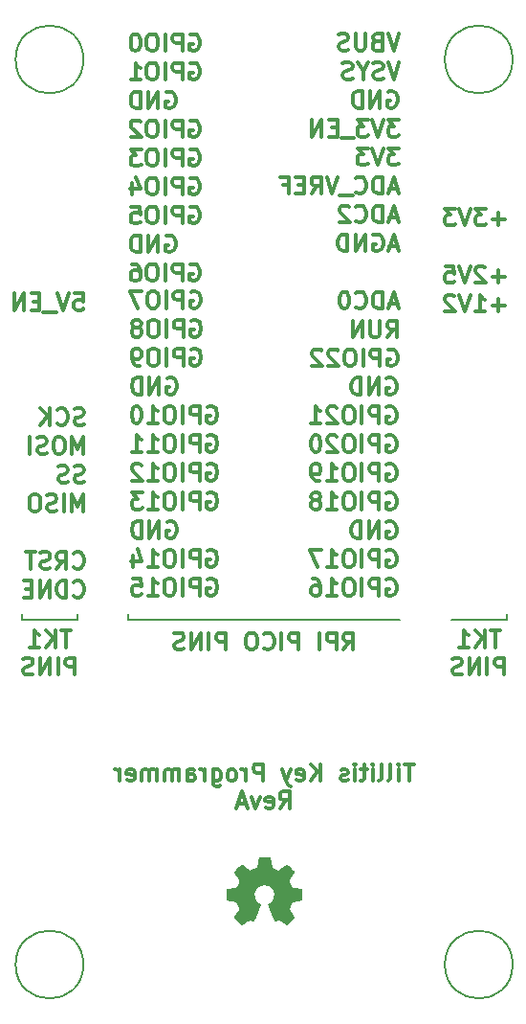
<source format=gbr>
%TF.GenerationSoftware,KiCad,Pcbnew,(6.0.4)*%
%TF.CreationDate,2022-11-07T15:55:16+01:00*%
%TF.ProjectId,mta1-usb-v1-programmer,6d746131-2d75-4736-922d-76312d70726f,rev?*%
%TF.SameCoordinates,Original*%
%TF.FileFunction,Legend,Bot*%
%TF.FilePolarity,Positive*%
%FSLAX46Y46*%
G04 Gerber Fmt 4.6, Leading zero omitted, Abs format (unit mm)*
G04 Created by KiCad (PCBNEW (6.0.4)) date 2022-11-07 15:55:16*
%MOMM*%
%LPD*%
G01*
G04 APERTURE LIST*
%ADD10C,0.300000*%
%ADD11C,0.200000*%
%ADD12C,0.010000*%
G04 APERTURE END LIST*
D10*
X161837857Y-66607142D02*
X160695000Y-66607142D01*
X161266428Y-67178571D02*
X161266428Y-66035714D01*
X160123571Y-65678571D02*
X159195000Y-65678571D01*
X159695000Y-66250000D01*
X159480714Y-66250000D01*
X159337857Y-66321428D01*
X159266428Y-66392857D01*
X159195000Y-66535714D01*
X159195000Y-66892857D01*
X159266428Y-67035714D01*
X159337857Y-67107142D01*
X159480714Y-67178571D01*
X159909285Y-67178571D01*
X160052142Y-67107142D01*
X160123571Y-67035714D01*
X158766428Y-65678571D02*
X158266428Y-67178571D01*
X157766428Y-65678571D01*
X157409285Y-65678571D02*
X156480714Y-65678571D01*
X156980714Y-66250000D01*
X156766428Y-66250000D01*
X156623571Y-66321428D01*
X156552142Y-66392857D01*
X156480714Y-66535714D01*
X156480714Y-66892857D01*
X156552142Y-67035714D01*
X156623571Y-67107142D01*
X156766428Y-67178571D01*
X157195000Y-67178571D01*
X157337857Y-67107142D01*
X157409285Y-67035714D01*
X161837857Y-71687142D02*
X160695000Y-71687142D01*
X161266428Y-72258571D02*
X161266428Y-71115714D01*
X160052142Y-70901428D02*
X159980714Y-70830000D01*
X159837857Y-70758571D01*
X159480714Y-70758571D01*
X159337857Y-70830000D01*
X159266428Y-70901428D01*
X159195000Y-71044285D01*
X159195000Y-71187142D01*
X159266428Y-71401428D01*
X160123571Y-72258571D01*
X159195000Y-72258571D01*
X158766428Y-70758571D02*
X158266428Y-72258571D01*
X157766428Y-70758571D01*
X156552142Y-70758571D02*
X157266428Y-70758571D01*
X157337857Y-71472857D01*
X157266428Y-71401428D01*
X157123571Y-71330000D01*
X156766428Y-71330000D01*
X156623571Y-71401428D01*
X156552142Y-71472857D01*
X156480714Y-71615714D01*
X156480714Y-71972857D01*
X156552142Y-72115714D01*
X156623571Y-72187142D01*
X156766428Y-72258571D01*
X157123571Y-72258571D01*
X157266428Y-72187142D01*
X157337857Y-72115714D01*
X161837857Y-74227142D02*
X160695000Y-74227142D01*
X161266428Y-74798571D02*
X161266428Y-73655714D01*
X159195000Y-74798571D02*
X160052142Y-74798571D01*
X159623571Y-74798571D02*
X159623571Y-73298571D01*
X159766428Y-73512857D01*
X159909285Y-73655714D01*
X160052142Y-73727142D01*
X158766428Y-73298571D02*
X158266428Y-74798571D01*
X157766428Y-73298571D01*
X157337857Y-73441428D02*
X157266428Y-73370000D01*
X157123571Y-73298571D01*
X156766428Y-73298571D01*
X156623571Y-73370000D01*
X156552142Y-73441428D01*
X156480714Y-73584285D01*
X156480714Y-73727142D01*
X156552142Y-73941428D01*
X157409285Y-74798571D01*
X156480714Y-74798571D01*
D11*
X124500000Y-52500000D02*
G75*
G03*
X124500000Y-52500000I-3000000J0D01*
G01*
X157100000Y-102000000D02*
X162000000Y-102000000D01*
X119100000Y-102000000D02*
X124000000Y-102000000D01*
X162500000Y-52500000D02*
G75*
G03*
X162500000Y-52500000I-3000000J0D01*
G01*
X162500000Y-132500000D02*
G75*
G03*
X162500000Y-132500000I-3000000J0D01*
G01*
X119100000Y-101500000D02*
X119100000Y-102000000D01*
X124500000Y-132500000D02*
G75*
G03*
X124500000Y-132500000I-3000000J0D01*
G01*
X162000000Y-101500000D02*
X162000000Y-102000000D01*
X128500000Y-102000000D02*
X152500000Y-102000000D01*
X124000000Y-101500000D02*
X124000000Y-102000000D01*
X128500000Y-101500000D02*
X128500000Y-102000000D01*
D10*
X151362142Y-93410000D02*
X151505000Y-93338571D01*
X151719285Y-93338571D01*
X151933571Y-93410000D01*
X152076428Y-93552857D01*
X152147857Y-93695714D01*
X152219285Y-93981428D01*
X152219285Y-94195714D01*
X152147857Y-94481428D01*
X152076428Y-94624285D01*
X151933571Y-94767142D01*
X151719285Y-94838571D01*
X151576428Y-94838571D01*
X151362142Y-94767142D01*
X151290714Y-94695714D01*
X151290714Y-94195714D01*
X151576428Y-94195714D01*
X150647857Y-94838571D02*
X150647857Y-93338571D01*
X149790714Y-94838571D01*
X149790714Y-93338571D01*
X149076428Y-94838571D02*
X149076428Y-93338571D01*
X148719285Y-93338571D01*
X148505000Y-93410000D01*
X148362142Y-93552857D01*
X148290714Y-93695714D01*
X148219285Y-93981428D01*
X148219285Y-94195714D01*
X148290714Y-94481428D01*
X148362142Y-94624285D01*
X148505000Y-94767142D01*
X148719285Y-94838571D01*
X149076428Y-94838571D01*
X124559285Y-89847142D02*
X124345000Y-89918571D01*
X123987857Y-89918571D01*
X123845000Y-89847142D01*
X123773571Y-89775714D01*
X123702142Y-89632857D01*
X123702142Y-89490000D01*
X123773571Y-89347142D01*
X123845000Y-89275714D01*
X123987857Y-89204285D01*
X124273571Y-89132857D01*
X124416428Y-89061428D01*
X124487857Y-88990000D01*
X124559285Y-88847142D01*
X124559285Y-88704285D01*
X124487857Y-88561428D01*
X124416428Y-88490000D01*
X124273571Y-88418571D01*
X123916428Y-88418571D01*
X123702142Y-88490000D01*
X123130714Y-89847142D02*
X122916428Y-89918571D01*
X122559285Y-89918571D01*
X122416428Y-89847142D01*
X122345000Y-89775714D01*
X122273571Y-89632857D01*
X122273571Y-89490000D01*
X122345000Y-89347142D01*
X122416428Y-89275714D01*
X122559285Y-89204285D01*
X122845000Y-89132857D01*
X122987857Y-89061428D01*
X123059285Y-88990000D01*
X123130714Y-88847142D01*
X123130714Y-88704285D01*
X123059285Y-88561428D01*
X122987857Y-88490000D01*
X122845000Y-88418571D01*
X122487857Y-88418571D01*
X122273571Y-88490000D01*
X135495000Y-85750000D02*
X135637857Y-85678571D01*
X135852142Y-85678571D01*
X136066428Y-85750000D01*
X136209285Y-85892857D01*
X136280714Y-86035714D01*
X136352142Y-86321428D01*
X136352142Y-86535714D01*
X136280714Y-86821428D01*
X136209285Y-86964285D01*
X136066428Y-87107142D01*
X135852142Y-87178571D01*
X135709285Y-87178571D01*
X135495000Y-87107142D01*
X135423571Y-87035714D01*
X135423571Y-86535714D01*
X135709285Y-86535714D01*
X134780714Y-87178571D02*
X134780714Y-85678571D01*
X134209285Y-85678571D01*
X134066428Y-85750000D01*
X133995000Y-85821428D01*
X133923571Y-85964285D01*
X133923571Y-86178571D01*
X133995000Y-86321428D01*
X134066428Y-86392857D01*
X134209285Y-86464285D01*
X134780714Y-86464285D01*
X133280714Y-87178571D02*
X133280714Y-85678571D01*
X132280714Y-85678571D02*
X131995000Y-85678571D01*
X131852142Y-85750000D01*
X131709285Y-85892857D01*
X131637857Y-86178571D01*
X131637857Y-86678571D01*
X131709285Y-86964285D01*
X131852142Y-87107142D01*
X131995000Y-87178571D01*
X132280714Y-87178571D01*
X132423571Y-87107142D01*
X132566428Y-86964285D01*
X132637857Y-86678571D01*
X132637857Y-86178571D01*
X132566428Y-85892857D01*
X132423571Y-85750000D01*
X132280714Y-85678571D01*
X130209285Y-87178571D02*
X131066428Y-87178571D01*
X130637857Y-87178571D02*
X130637857Y-85678571D01*
X130780714Y-85892857D01*
X130923571Y-86035714D01*
X131066428Y-86107142D01*
X128780714Y-87178571D02*
X129637857Y-87178571D01*
X129209285Y-87178571D02*
X129209285Y-85678571D01*
X129352142Y-85892857D01*
X129495000Y-86035714D01*
X129637857Y-86107142D01*
X152462142Y-50198571D02*
X151962142Y-51698571D01*
X151462142Y-50198571D01*
X150462142Y-50912857D02*
X150247857Y-50984285D01*
X150176428Y-51055714D01*
X150105000Y-51198571D01*
X150105000Y-51412857D01*
X150176428Y-51555714D01*
X150247857Y-51627142D01*
X150390714Y-51698571D01*
X150962142Y-51698571D01*
X150962142Y-50198571D01*
X150462142Y-50198571D01*
X150319285Y-50270000D01*
X150247857Y-50341428D01*
X150176428Y-50484285D01*
X150176428Y-50627142D01*
X150247857Y-50770000D01*
X150319285Y-50841428D01*
X150462142Y-50912857D01*
X150962142Y-50912857D01*
X149462142Y-50198571D02*
X149462142Y-51412857D01*
X149390714Y-51555714D01*
X149319285Y-51627142D01*
X149176428Y-51698571D01*
X148890714Y-51698571D01*
X148747857Y-51627142D01*
X148676428Y-51555714D01*
X148605000Y-51412857D01*
X148605000Y-50198571D01*
X147962142Y-51627142D02*
X147747857Y-51698571D01*
X147390714Y-51698571D01*
X147247857Y-51627142D01*
X147176428Y-51555714D01*
X147105000Y-51412857D01*
X147105000Y-51270000D01*
X147176428Y-51127142D01*
X147247857Y-51055714D01*
X147390714Y-50984285D01*
X147676428Y-50912857D01*
X147819285Y-50841428D01*
X147890714Y-50770000D01*
X147962142Y-50627142D01*
X147962142Y-50484285D01*
X147890714Y-50341428D01*
X147819285Y-50270000D01*
X147676428Y-50198571D01*
X147319285Y-50198571D01*
X147105000Y-50270000D01*
X133966428Y-70650000D02*
X134109285Y-70578571D01*
X134323571Y-70578571D01*
X134537857Y-70650000D01*
X134680714Y-70792857D01*
X134752142Y-70935714D01*
X134823571Y-71221428D01*
X134823571Y-71435714D01*
X134752142Y-71721428D01*
X134680714Y-71864285D01*
X134537857Y-72007142D01*
X134323571Y-72078571D01*
X134180714Y-72078571D01*
X133966428Y-72007142D01*
X133895000Y-71935714D01*
X133895000Y-71435714D01*
X134180714Y-71435714D01*
X133252142Y-72078571D02*
X133252142Y-70578571D01*
X132680714Y-70578571D01*
X132537857Y-70650000D01*
X132466428Y-70721428D01*
X132395000Y-70864285D01*
X132395000Y-71078571D01*
X132466428Y-71221428D01*
X132537857Y-71292857D01*
X132680714Y-71364285D01*
X133252142Y-71364285D01*
X131752142Y-72078571D02*
X131752142Y-70578571D01*
X130752142Y-70578571D02*
X130466428Y-70578571D01*
X130323571Y-70650000D01*
X130180714Y-70792857D01*
X130109285Y-71078571D01*
X130109285Y-71578571D01*
X130180714Y-71864285D01*
X130323571Y-72007142D01*
X130466428Y-72078571D01*
X130752142Y-72078571D01*
X130895000Y-72007142D01*
X131037857Y-71864285D01*
X131109285Y-71578571D01*
X131109285Y-71078571D01*
X131037857Y-70792857D01*
X130895000Y-70650000D01*
X130752142Y-70578571D01*
X128823571Y-70578571D02*
X129109285Y-70578571D01*
X129252142Y-70650000D01*
X129323571Y-70721428D01*
X129466428Y-70935714D01*
X129537857Y-71221428D01*
X129537857Y-71792857D01*
X129466428Y-71935714D01*
X129395000Y-72007142D01*
X129252142Y-72078571D01*
X128966428Y-72078571D01*
X128823571Y-72007142D01*
X128752142Y-71935714D01*
X128680714Y-71792857D01*
X128680714Y-71435714D01*
X128752142Y-71292857D01*
X128823571Y-71221428D01*
X128966428Y-71150000D01*
X129252142Y-71150000D01*
X129395000Y-71221428D01*
X129466428Y-71292857D01*
X129537857Y-71435714D01*
X131823571Y-68110000D02*
X131966428Y-68038571D01*
X132180714Y-68038571D01*
X132395000Y-68110000D01*
X132537857Y-68252857D01*
X132609285Y-68395714D01*
X132680714Y-68681428D01*
X132680714Y-68895714D01*
X132609285Y-69181428D01*
X132537857Y-69324285D01*
X132395000Y-69467142D01*
X132180714Y-69538571D01*
X132037857Y-69538571D01*
X131823571Y-69467142D01*
X131752142Y-69395714D01*
X131752142Y-68895714D01*
X132037857Y-68895714D01*
X131109285Y-69538571D02*
X131109285Y-68038571D01*
X130252142Y-69538571D01*
X130252142Y-68038571D01*
X129537857Y-69538571D02*
X129537857Y-68038571D01*
X129180714Y-68038571D01*
X128966428Y-68110000D01*
X128823571Y-68252857D01*
X128752142Y-68395714D01*
X128680714Y-68681428D01*
X128680714Y-68895714D01*
X128752142Y-69181428D01*
X128823571Y-69324285D01*
X128966428Y-69467142D01*
X129180714Y-69538571D01*
X129537857Y-69538571D01*
X151462142Y-78190000D02*
X151605000Y-78118571D01*
X151819285Y-78118571D01*
X152033571Y-78190000D01*
X152176428Y-78332857D01*
X152247857Y-78475714D01*
X152319285Y-78761428D01*
X152319285Y-78975714D01*
X152247857Y-79261428D01*
X152176428Y-79404285D01*
X152033571Y-79547142D01*
X151819285Y-79618571D01*
X151676428Y-79618571D01*
X151462142Y-79547142D01*
X151390714Y-79475714D01*
X151390714Y-78975714D01*
X151676428Y-78975714D01*
X150747857Y-79618571D02*
X150747857Y-78118571D01*
X150176428Y-78118571D01*
X150033571Y-78190000D01*
X149962142Y-78261428D01*
X149890714Y-78404285D01*
X149890714Y-78618571D01*
X149962142Y-78761428D01*
X150033571Y-78832857D01*
X150176428Y-78904285D01*
X150747857Y-78904285D01*
X149247857Y-79618571D02*
X149247857Y-78118571D01*
X148247857Y-78118571D02*
X147962142Y-78118571D01*
X147819285Y-78190000D01*
X147676428Y-78332857D01*
X147605000Y-78618571D01*
X147605000Y-79118571D01*
X147676428Y-79404285D01*
X147819285Y-79547142D01*
X147962142Y-79618571D01*
X148247857Y-79618571D01*
X148390714Y-79547142D01*
X148533571Y-79404285D01*
X148605000Y-79118571D01*
X148605000Y-78618571D01*
X148533571Y-78332857D01*
X148390714Y-78190000D01*
X148247857Y-78118571D01*
X147033571Y-78261428D02*
X146962142Y-78190000D01*
X146819285Y-78118571D01*
X146462142Y-78118571D01*
X146319285Y-78190000D01*
X146247857Y-78261428D01*
X146176428Y-78404285D01*
X146176428Y-78547142D01*
X146247857Y-78761428D01*
X147105000Y-79618571D01*
X146176428Y-79618571D01*
X145605000Y-78261428D02*
X145533571Y-78190000D01*
X145390714Y-78118571D01*
X145033571Y-78118571D01*
X144890714Y-78190000D01*
X144819285Y-78261428D01*
X144747857Y-78404285D01*
X144747857Y-78547142D01*
X144819285Y-78761428D01*
X145676428Y-79618571D01*
X144747857Y-79618571D01*
X123630714Y-97395714D02*
X123702142Y-97467142D01*
X123916428Y-97538571D01*
X124059285Y-97538571D01*
X124273571Y-97467142D01*
X124416428Y-97324285D01*
X124487857Y-97181428D01*
X124559285Y-96895714D01*
X124559285Y-96681428D01*
X124487857Y-96395714D01*
X124416428Y-96252857D01*
X124273571Y-96110000D01*
X124059285Y-96038571D01*
X123916428Y-96038571D01*
X123702142Y-96110000D01*
X123630714Y-96181428D01*
X122130714Y-97538571D02*
X122630714Y-96824285D01*
X122987857Y-97538571D02*
X122987857Y-96038571D01*
X122416428Y-96038571D01*
X122273571Y-96110000D01*
X122202142Y-96181428D01*
X122130714Y-96324285D01*
X122130714Y-96538571D01*
X122202142Y-96681428D01*
X122273571Y-96752857D01*
X122416428Y-96824285D01*
X122987857Y-96824285D01*
X121559285Y-97467142D02*
X121345000Y-97538571D01*
X120987857Y-97538571D01*
X120845000Y-97467142D01*
X120773571Y-97395714D01*
X120702142Y-97252857D01*
X120702142Y-97110000D01*
X120773571Y-96967142D01*
X120845000Y-96895714D01*
X120987857Y-96824285D01*
X121273571Y-96752857D01*
X121416428Y-96681428D01*
X121487857Y-96610000D01*
X121559285Y-96467142D01*
X121559285Y-96324285D01*
X121487857Y-96181428D01*
X121416428Y-96110000D01*
X121273571Y-96038571D01*
X120916428Y-96038571D01*
X120702142Y-96110000D01*
X120273571Y-96038571D02*
X119416428Y-96038571D01*
X119845000Y-97538571D02*
X119845000Y-96038571D01*
X151390714Y-77078571D02*
X151890714Y-76364285D01*
X152247857Y-77078571D02*
X152247857Y-75578571D01*
X151676428Y-75578571D01*
X151533571Y-75650000D01*
X151462142Y-75721428D01*
X151390714Y-75864285D01*
X151390714Y-76078571D01*
X151462142Y-76221428D01*
X151533571Y-76292857D01*
X151676428Y-76364285D01*
X152247857Y-76364285D01*
X150747857Y-75578571D02*
X150747857Y-76792857D01*
X150676428Y-76935714D01*
X150605000Y-77007142D01*
X150462142Y-77078571D01*
X150176428Y-77078571D01*
X150033571Y-77007142D01*
X149962142Y-76935714D01*
X149890714Y-76792857D01*
X149890714Y-75578571D01*
X149176428Y-77078571D02*
X149176428Y-75578571D01*
X148319285Y-77078571D01*
X148319285Y-75578571D01*
X135495000Y-83210000D02*
X135637857Y-83138571D01*
X135852142Y-83138571D01*
X136066428Y-83210000D01*
X136209285Y-83352857D01*
X136280714Y-83495714D01*
X136352142Y-83781428D01*
X136352142Y-83995714D01*
X136280714Y-84281428D01*
X136209285Y-84424285D01*
X136066428Y-84567142D01*
X135852142Y-84638571D01*
X135709285Y-84638571D01*
X135495000Y-84567142D01*
X135423571Y-84495714D01*
X135423571Y-83995714D01*
X135709285Y-83995714D01*
X134780714Y-84638571D02*
X134780714Y-83138571D01*
X134209285Y-83138571D01*
X134066428Y-83210000D01*
X133995000Y-83281428D01*
X133923571Y-83424285D01*
X133923571Y-83638571D01*
X133995000Y-83781428D01*
X134066428Y-83852857D01*
X134209285Y-83924285D01*
X134780714Y-83924285D01*
X133280714Y-84638571D02*
X133280714Y-83138571D01*
X132280714Y-83138571D02*
X131995000Y-83138571D01*
X131852142Y-83210000D01*
X131709285Y-83352857D01*
X131637857Y-83638571D01*
X131637857Y-84138571D01*
X131709285Y-84424285D01*
X131852142Y-84567142D01*
X131995000Y-84638571D01*
X132280714Y-84638571D01*
X132423571Y-84567142D01*
X132566428Y-84424285D01*
X132637857Y-84138571D01*
X132637857Y-83638571D01*
X132566428Y-83352857D01*
X132423571Y-83210000D01*
X132280714Y-83138571D01*
X130209285Y-84638571D02*
X131066428Y-84638571D01*
X130637857Y-84638571D02*
X130637857Y-83138571D01*
X130780714Y-83352857D01*
X130923571Y-83495714D01*
X131066428Y-83567142D01*
X129280714Y-83138571D02*
X129137857Y-83138571D01*
X128995000Y-83210000D01*
X128923571Y-83281428D01*
X128852142Y-83424285D01*
X128780714Y-83710000D01*
X128780714Y-84067142D01*
X128852142Y-84352857D01*
X128923571Y-84495714D01*
X128995000Y-84567142D01*
X129137857Y-84638571D01*
X129280714Y-84638571D01*
X129423571Y-84567142D01*
X129495000Y-84495714D01*
X129566428Y-84352857D01*
X129637857Y-84067142D01*
X129637857Y-83710000D01*
X129566428Y-83424285D01*
X129495000Y-83281428D01*
X129423571Y-83210000D01*
X129280714Y-83138571D01*
X123392857Y-102971071D02*
X122535714Y-102971071D01*
X122964285Y-104471071D02*
X122964285Y-102971071D01*
X122035714Y-104471071D02*
X122035714Y-102971071D01*
X121178571Y-104471071D02*
X121821428Y-103613928D01*
X121178571Y-102971071D02*
X122035714Y-103828214D01*
X119750000Y-104471071D02*
X120607142Y-104471071D01*
X120178571Y-104471071D02*
X120178571Y-102971071D01*
X120321428Y-103185357D01*
X120464285Y-103328214D01*
X120607142Y-103399642D01*
X123750000Y-106886071D02*
X123750000Y-105386071D01*
X123178571Y-105386071D01*
X123035714Y-105457500D01*
X122964285Y-105528928D01*
X122892857Y-105671785D01*
X122892857Y-105886071D01*
X122964285Y-106028928D01*
X123035714Y-106100357D01*
X123178571Y-106171785D01*
X123750000Y-106171785D01*
X122250000Y-106886071D02*
X122250000Y-105386071D01*
X121535714Y-106886071D02*
X121535714Y-105386071D01*
X120678571Y-106886071D01*
X120678571Y-105386071D01*
X120035714Y-106814642D02*
X119821428Y-106886071D01*
X119464285Y-106886071D01*
X119321428Y-106814642D01*
X119250000Y-106743214D01*
X119178571Y-106600357D01*
X119178571Y-106457500D01*
X119250000Y-106314642D01*
X119321428Y-106243214D01*
X119464285Y-106171785D01*
X119750000Y-106100357D01*
X119892857Y-106028928D01*
X119964285Y-105957500D01*
X120035714Y-105814642D01*
X120035714Y-105671785D01*
X119964285Y-105528928D01*
X119892857Y-105457500D01*
X119750000Y-105386071D01*
X119392857Y-105386071D01*
X119178571Y-105457500D01*
X131823571Y-55410000D02*
X131966428Y-55338571D01*
X132180714Y-55338571D01*
X132395000Y-55410000D01*
X132537857Y-55552857D01*
X132609285Y-55695714D01*
X132680714Y-55981428D01*
X132680714Y-56195714D01*
X132609285Y-56481428D01*
X132537857Y-56624285D01*
X132395000Y-56767142D01*
X132180714Y-56838571D01*
X132037857Y-56838571D01*
X131823571Y-56767142D01*
X131752142Y-56695714D01*
X131752142Y-56195714D01*
X132037857Y-56195714D01*
X131109285Y-56838571D02*
X131109285Y-55338571D01*
X130252142Y-56838571D01*
X130252142Y-55338571D01*
X129537857Y-56838571D02*
X129537857Y-55338571D01*
X129180714Y-55338571D01*
X128966428Y-55410000D01*
X128823571Y-55552857D01*
X128752142Y-55695714D01*
X128680714Y-55981428D01*
X128680714Y-56195714D01*
X128752142Y-56481428D01*
X128823571Y-56624285D01*
X128966428Y-56767142D01*
X129180714Y-56838571D01*
X129537857Y-56838571D01*
X123630714Y-99935714D02*
X123702142Y-100007142D01*
X123916428Y-100078571D01*
X124059285Y-100078571D01*
X124273571Y-100007142D01*
X124416428Y-99864285D01*
X124487857Y-99721428D01*
X124559285Y-99435714D01*
X124559285Y-99221428D01*
X124487857Y-98935714D01*
X124416428Y-98792857D01*
X124273571Y-98650000D01*
X124059285Y-98578571D01*
X123916428Y-98578571D01*
X123702142Y-98650000D01*
X123630714Y-98721428D01*
X122987857Y-100078571D02*
X122987857Y-98578571D01*
X122630714Y-98578571D01*
X122416428Y-98650000D01*
X122273571Y-98792857D01*
X122202142Y-98935714D01*
X122130714Y-99221428D01*
X122130714Y-99435714D01*
X122202142Y-99721428D01*
X122273571Y-99864285D01*
X122416428Y-100007142D01*
X122630714Y-100078571D01*
X122987857Y-100078571D01*
X121487857Y-100078571D02*
X121487857Y-98578571D01*
X120630714Y-100078571D01*
X120630714Y-98578571D01*
X119916428Y-99292857D02*
X119416428Y-99292857D01*
X119202142Y-100078571D02*
X119916428Y-100078571D01*
X119916428Y-98578571D01*
X119202142Y-98578571D01*
X151362142Y-98490000D02*
X151505000Y-98418571D01*
X151719285Y-98418571D01*
X151933571Y-98490000D01*
X152076428Y-98632857D01*
X152147857Y-98775714D01*
X152219285Y-99061428D01*
X152219285Y-99275714D01*
X152147857Y-99561428D01*
X152076428Y-99704285D01*
X151933571Y-99847142D01*
X151719285Y-99918571D01*
X151576428Y-99918571D01*
X151362142Y-99847142D01*
X151290714Y-99775714D01*
X151290714Y-99275714D01*
X151576428Y-99275714D01*
X150647857Y-99918571D02*
X150647857Y-98418571D01*
X150076428Y-98418571D01*
X149933571Y-98490000D01*
X149862142Y-98561428D01*
X149790714Y-98704285D01*
X149790714Y-98918571D01*
X149862142Y-99061428D01*
X149933571Y-99132857D01*
X150076428Y-99204285D01*
X150647857Y-99204285D01*
X149147857Y-99918571D02*
X149147857Y-98418571D01*
X148147857Y-98418571D02*
X147862142Y-98418571D01*
X147719285Y-98490000D01*
X147576428Y-98632857D01*
X147505000Y-98918571D01*
X147505000Y-99418571D01*
X147576428Y-99704285D01*
X147719285Y-99847142D01*
X147862142Y-99918571D01*
X148147857Y-99918571D01*
X148290714Y-99847142D01*
X148433571Y-99704285D01*
X148505000Y-99418571D01*
X148505000Y-98918571D01*
X148433571Y-98632857D01*
X148290714Y-98490000D01*
X148147857Y-98418571D01*
X146076428Y-99918571D02*
X146933571Y-99918571D01*
X146505000Y-99918571D02*
X146505000Y-98418571D01*
X146647857Y-98632857D01*
X146790714Y-98775714D01*
X146933571Y-98847142D01*
X144790714Y-98418571D02*
X145076428Y-98418571D01*
X145219285Y-98490000D01*
X145290714Y-98561428D01*
X145433571Y-98775714D01*
X145505000Y-99061428D01*
X145505000Y-99632857D01*
X145433571Y-99775714D01*
X145362142Y-99847142D01*
X145219285Y-99918571D01*
X144933571Y-99918571D01*
X144790714Y-99847142D01*
X144719285Y-99775714D01*
X144647857Y-99632857D01*
X144647857Y-99275714D01*
X144719285Y-99132857D01*
X144790714Y-99061428D01*
X144933571Y-98990000D01*
X145219285Y-98990000D01*
X145362142Y-99061428D01*
X145433571Y-99132857D01*
X145505000Y-99275714D01*
X134066428Y-75590000D02*
X134209285Y-75518571D01*
X134423571Y-75518571D01*
X134637857Y-75590000D01*
X134780714Y-75732857D01*
X134852142Y-75875714D01*
X134923571Y-76161428D01*
X134923571Y-76375714D01*
X134852142Y-76661428D01*
X134780714Y-76804285D01*
X134637857Y-76947142D01*
X134423571Y-77018571D01*
X134280714Y-77018571D01*
X134066428Y-76947142D01*
X133995000Y-76875714D01*
X133995000Y-76375714D01*
X134280714Y-76375714D01*
X133352142Y-77018571D02*
X133352142Y-75518571D01*
X132780714Y-75518571D01*
X132637857Y-75590000D01*
X132566428Y-75661428D01*
X132495000Y-75804285D01*
X132495000Y-76018571D01*
X132566428Y-76161428D01*
X132637857Y-76232857D01*
X132780714Y-76304285D01*
X133352142Y-76304285D01*
X131852142Y-77018571D02*
X131852142Y-75518571D01*
X130852142Y-75518571D02*
X130566428Y-75518571D01*
X130423571Y-75590000D01*
X130280714Y-75732857D01*
X130209285Y-76018571D01*
X130209285Y-76518571D01*
X130280714Y-76804285D01*
X130423571Y-76947142D01*
X130566428Y-77018571D01*
X130852142Y-77018571D01*
X130995000Y-76947142D01*
X131137857Y-76804285D01*
X131209285Y-76518571D01*
X131209285Y-76018571D01*
X131137857Y-75732857D01*
X130995000Y-75590000D01*
X130852142Y-75518571D01*
X129352142Y-76161428D02*
X129495000Y-76090000D01*
X129566428Y-76018571D01*
X129637857Y-75875714D01*
X129637857Y-75804285D01*
X129566428Y-75661428D01*
X129495000Y-75590000D01*
X129352142Y-75518571D01*
X129066428Y-75518571D01*
X128923571Y-75590000D01*
X128852142Y-75661428D01*
X128780714Y-75804285D01*
X128780714Y-75875714D01*
X128852142Y-76018571D01*
X128923571Y-76090000D01*
X129066428Y-76161428D01*
X129352142Y-76161428D01*
X129495000Y-76232857D01*
X129566428Y-76304285D01*
X129637857Y-76447142D01*
X129637857Y-76732857D01*
X129566428Y-76875714D01*
X129495000Y-76947142D01*
X129352142Y-77018571D01*
X129066428Y-77018571D01*
X128923571Y-76947142D01*
X128852142Y-76875714D01*
X128780714Y-76732857D01*
X128780714Y-76447142D01*
X128852142Y-76304285D01*
X128923571Y-76232857D01*
X129066428Y-76161428D01*
X133966428Y-60490000D02*
X134109285Y-60418571D01*
X134323571Y-60418571D01*
X134537857Y-60490000D01*
X134680714Y-60632857D01*
X134752142Y-60775714D01*
X134823571Y-61061428D01*
X134823571Y-61275714D01*
X134752142Y-61561428D01*
X134680714Y-61704285D01*
X134537857Y-61847142D01*
X134323571Y-61918571D01*
X134180714Y-61918571D01*
X133966428Y-61847142D01*
X133895000Y-61775714D01*
X133895000Y-61275714D01*
X134180714Y-61275714D01*
X133252142Y-61918571D02*
X133252142Y-60418571D01*
X132680714Y-60418571D01*
X132537857Y-60490000D01*
X132466428Y-60561428D01*
X132395000Y-60704285D01*
X132395000Y-60918571D01*
X132466428Y-61061428D01*
X132537857Y-61132857D01*
X132680714Y-61204285D01*
X133252142Y-61204285D01*
X131752142Y-61918571D02*
X131752142Y-60418571D01*
X130752142Y-60418571D02*
X130466428Y-60418571D01*
X130323571Y-60490000D01*
X130180714Y-60632857D01*
X130109285Y-60918571D01*
X130109285Y-61418571D01*
X130180714Y-61704285D01*
X130323571Y-61847142D01*
X130466428Y-61918571D01*
X130752142Y-61918571D01*
X130895000Y-61847142D01*
X131037857Y-61704285D01*
X131109285Y-61418571D01*
X131109285Y-60918571D01*
X131037857Y-60632857D01*
X130895000Y-60490000D01*
X130752142Y-60418571D01*
X129609285Y-60418571D02*
X128680714Y-60418571D01*
X129180714Y-60990000D01*
X128966428Y-60990000D01*
X128823571Y-61061428D01*
X128752142Y-61132857D01*
X128680714Y-61275714D01*
X128680714Y-61632857D01*
X128752142Y-61775714D01*
X128823571Y-61847142D01*
X128966428Y-61918571D01*
X129395000Y-61918571D01*
X129537857Y-61847142D01*
X129609285Y-61775714D01*
X151362142Y-88330000D02*
X151505000Y-88258571D01*
X151719285Y-88258571D01*
X151933571Y-88330000D01*
X152076428Y-88472857D01*
X152147857Y-88615714D01*
X152219285Y-88901428D01*
X152219285Y-89115714D01*
X152147857Y-89401428D01*
X152076428Y-89544285D01*
X151933571Y-89687142D01*
X151719285Y-89758571D01*
X151576428Y-89758571D01*
X151362142Y-89687142D01*
X151290714Y-89615714D01*
X151290714Y-89115714D01*
X151576428Y-89115714D01*
X150647857Y-89758571D02*
X150647857Y-88258571D01*
X150076428Y-88258571D01*
X149933571Y-88330000D01*
X149862142Y-88401428D01*
X149790714Y-88544285D01*
X149790714Y-88758571D01*
X149862142Y-88901428D01*
X149933571Y-88972857D01*
X150076428Y-89044285D01*
X150647857Y-89044285D01*
X149147857Y-89758571D02*
X149147857Y-88258571D01*
X148147857Y-88258571D02*
X147862142Y-88258571D01*
X147719285Y-88330000D01*
X147576428Y-88472857D01*
X147505000Y-88758571D01*
X147505000Y-89258571D01*
X147576428Y-89544285D01*
X147719285Y-89687142D01*
X147862142Y-89758571D01*
X148147857Y-89758571D01*
X148290714Y-89687142D01*
X148433571Y-89544285D01*
X148505000Y-89258571D01*
X148505000Y-88758571D01*
X148433571Y-88472857D01*
X148290714Y-88330000D01*
X148147857Y-88258571D01*
X146076428Y-89758571D02*
X146933571Y-89758571D01*
X146505000Y-89758571D02*
X146505000Y-88258571D01*
X146647857Y-88472857D01*
X146790714Y-88615714D01*
X146933571Y-88687142D01*
X145362142Y-89758571D02*
X145076428Y-89758571D01*
X144933571Y-89687142D01*
X144862142Y-89615714D01*
X144719285Y-89401428D01*
X144647857Y-89115714D01*
X144647857Y-88544285D01*
X144719285Y-88401428D01*
X144790714Y-88330000D01*
X144933571Y-88258571D01*
X145219285Y-88258571D01*
X145362142Y-88330000D01*
X145433571Y-88401428D01*
X145505000Y-88544285D01*
X145505000Y-88901428D01*
X145433571Y-89044285D01*
X145362142Y-89115714D01*
X145219285Y-89187142D01*
X144933571Y-89187142D01*
X144790714Y-89115714D01*
X144719285Y-89044285D01*
X144647857Y-88901428D01*
X131923571Y-80670000D02*
X132066428Y-80598571D01*
X132280714Y-80598571D01*
X132495000Y-80670000D01*
X132637857Y-80812857D01*
X132709285Y-80955714D01*
X132780714Y-81241428D01*
X132780714Y-81455714D01*
X132709285Y-81741428D01*
X132637857Y-81884285D01*
X132495000Y-82027142D01*
X132280714Y-82098571D01*
X132137857Y-82098571D01*
X131923571Y-82027142D01*
X131852142Y-81955714D01*
X131852142Y-81455714D01*
X132137857Y-81455714D01*
X131209285Y-82098571D02*
X131209285Y-80598571D01*
X130352142Y-82098571D01*
X130352142Y-80598571D01*
X129637857Y-82098571D02*
X129637857Y-80598571D01*
X129280714Y-80598571D01*
X129066428Y-80670000D01*
X128923571Y-80812857D01*
X128852142Y-80955714D01*
X128780714Y-81241428D01*
X128780714Y-81455714D01*
X128852142Y-81741428D01*
X128923571Y-81884285D01*
X129066428Y-82027142D01*
X129280714Y-82098571D01*
X129637857Y-82098571D01*
X135495000Y-95910000D02*
X135637857Y-95838571D01*
X135852142Y-95838571D01*
X136066428Y-95910000D01*
X136209285Y-96052857D01*
X136280714Y-96195714D01*
X136352142Y-96481428D01*
X136352142Y-96695714D01*
X136280714Y-96981428D01*
X136209285Y-97124285D01*
X136066428Y-97267142D01*
X135852142Y-97338571D01*
X135709285Y-97338571D01*
X135495000Y-97267142D01*
X135423571Y-97195714D01*
X135423571Y-96695714D01*
X135709285Y-96695714D01*
X134780714Y-97338571D02*
X134780714Y-95838571D01*
X134209285Y-95838571D01*
X134066428Y-95910000D01*
X133995000Y-95981428D01*
X133923571Y-96124285D01*
X133923571Y-96338571D01*
X133995000Y-96481428D01*
X134066428Y-96552857D01*
X134209285Y-96624285D01*
X134780714Y-96624285D01*
X133280714Y-97338571D02*
X133280714Y-95838571D01*
X132280714Y-95838571D02*
X131995000Y-95838571D01*
X131852142Y-95910000D01*
X131709285Y-96052857D01*
X131637857Y-96338571D01*
X131637857Y-96838571D01*
X131709285Y-97124285D01*
X131852142Y-97267142D01*
X131995000Y-97338571D01*
X132280714Y-97338571D01*
X132423571Y-97267142D01*
X132566428Y-97124285D01*
X132637857Y-96838571D01*
X132637857Y-96338571D01*
X132566428Y-96052857D01*
X132423571Y-95910000D01*
X132280714Y-95838571D01*
X130209285Y-97338571D02*
X131066428Y-97338571D01*
X130637857Y-97338571D02*
X130637857Y-95838571D01*
X130780714Y-96052857D01*
X130923571Y-96195714D01*
X131066428Y-96267142D01*
X128923571Y-96338571D02*
X128923571Y-97338571D01*
X129280714Y-95767142D02*
X129637857Y-96838571D01*
X128709285Y-96838571D01*
X152319285Y-74110000D02*
X151605000Y-74110000D01*
X152462142Y-74538571D02*
X151962142Y-73038571D01*
X151462142Y-74538571D01*
X150962142Y-74538571D02*
X150962142Y-73038571D01*
X150605000Y-73038571D01*
X150390714Y-73110000D01*
X150247857Y-73252857D01*
X150176428Y-73395714D01*
X150105000Y-73681428D01*
X150105000Y-73895714D01*
X150176428Y-74181428D01*
X150247857Y-74324285D01*
X150390714Y-74467142D01*
X150605000Y-74538571D01*
X150962142Y-74538571D01*
X148605000Y-74395714D02*
X148676428Y-74467142D01*
X148890714Y-74538571D01*
X149033571Y-74538571D01*
X149247857Y-74467142D01*
X149390714Y-74324285D01*
X149462142Y-74181428D01*
X149533571Y-73895714D01*
X149533571Y-73681428D01*
X149462142Y-73395714D01*
X149390714Y-73252857D01*
X149247857Y-73110000D01*
X149033571Y-73038571D01*
X148890714Y-73038571D01*
X148676428Y-73110000D01*
X148605000Y-73181428D01*
X147676428Y-73038571D02*
X147533571Y-73038571D01*
X147390714Y-73110000D01*
X147319285Y-73181428D01*
X147247857Y-73324285D01*
X147176428Y-73610000D01*
X147176428Y-73967142D01*
X147247857Y-74252857D01*
X147319285Y-74395714D01*
X147390714Y-74467142D01*
X147533571Y-74538571D01*
X147676428Y-74538571D01*
X147819285Y-74467142D01*
X147890714Y-74395714D01*
X147962142Y-74252857D01*
X148033571Y-73967142D01*
X148033571Y-73610000D01*
X147962142Y-73324285D01*
X147890714Y-73181428D01*
X147819285Y-73110000D01*
X147676428Y-73038571D01*
X135495000Y-90830000D02*
X135637857Y-90758571D01*
X135852142Y-90758571D01*
X136066428Y-90830000D01*
X136209285Y-90972857D01*
X136280714Y-91115714D01*
X136352142Y-91401428D01*
X136352142Y-91615714D01*
X136280714Y-91901428D01*
X136209285Y-92044285D01*
X136066428Y-92187142D01*
X135852142Y-92258571D01*
X135709285Y-92258571D01*
X135495000Y-92187142D01*
X135423571Y-92115714D01*
X135423571Y-91615714D01*
X135709285Y-91615714D01*
X134780714Y-92258571D02*
X134780714Y-90758571D01*
X134209285Y-90758571D01*
X134066428Y-90830000D01*
X133995000Y-90901428D01*
X133923571Y-91044285D01*
X133923571Y-91258571D01*
X133995000Y-91401428D01*
X134066428Y-91472857D01*
X134209285Y-91544285D01*
X134780714Y-91544285D01*
X133280714Y-92258571D02*
X133280714Y-90758571D01*
X132280714Y-90758571D02*
X131995000Y-90758571D01*
X131852142Y-90830000D01*
X131709285Y-90972857D01*
X131637857Y-91258571D01*
X131637857Y-91758571D01*
X131709285Y-92044285D01*
X131852142Y-92187142D01*
X131995000Y-92258571D01*
X132280714Y-92258571D01*
X132423571Y-92187142D01*
X132566428Y-92044285D01*
X132637857Y-91758571D01*
X132637857Y-91258571D01*
X132566428Y-90972857D01*
X132423571Y-90830000D01*
X132280714Y-90758571D01*
X130209285Y-92258571D02*
X131066428Y-92258571D01*
X130637857Y-92258571D02*
X130637857Y-90758571D01*
X130780714Y-90972857D01*
X130923571Y-91115714D01*
X131066428Y-91187142D01*
X129709285Y-90758571D02*
X128780714Y-90758571D01*
X129280714Y-91330000D01*
X129066428Y-91330000D01*
X128923571Y-91401428D01*
X128852142Y-91472857D01*
X128780714Y-91615714D01*
X128780714Y-91972857D01*
X128852142Y-92115714D01*
X128923571Y-92187142D01*
X129066428Y-92258571D01*
X129495000Y-92258571D01*
X129637857Y-92187142D01*
X129709285Y-92115714D01*
X124487857Y-92458571D02*
X124487857Y-90958571D01*
X123987857Y-92030000D01*
X123487857Y-90958571D01*
X123487857Y-92458571D01*
X122773571Y-92458571D02*
X122773571Y-90958571D01*
X122130714Y-92387142D02*
X121916428Y-92458571D01*
X121559285Y-92458571D01*
X121416428Y-92387142D01*
X121345000Y-92315714D01*
X121273571Y-92172857D01*
X121273571Y-92030000D01*
X121345000Y-91887142D01*
X121416428Y-91815714D01*
X121559285Y-91744285D01*
X121845000Y-91672857D01*
X121987857Y-91601428D01*
X122059285Y-91530000D01*
X122130714Y-91387142D01*
X122130714Y-91244285D01*
X122059285Y-91101428D01*
X121987857Y-91030000D01*
X121845000Y-90958571D01*
X121487857Y-90958571D01*
X121273571Y-91030000D01*
X120345000Y-90958571D02*
X120059285Y-90958571D01*
X119916428Y-91030000D01*
X119773571Y-91172857D01*
X119702142Y-91458571D01*
X119702142Y-91958571D01*
X119773571Y-92244285D01*
X119916428Y-92387142D01*
X120059285Y-92458571D01*
X120345000Y-92458571D01*
X120487857Y-92387142D01*
X120630714Y-92244285D01*
X120702142Y-91958571D01*
X120702142Y-91458571D01*
X120630714Y-91172857D01*
X120487857Y-91030000D01*
X120345000Y-90958571D01*
X151362142Y-90870000D02*
X151505000Y-90798571D01*
X151719285Y-90798571D01*
X151933571Y-90870000D01*
X152076428Y-91012857D01*
X152147857Y-91155714D01*
X152219285Y-91441428D01*
X152219285Y-91655714D01*
X152147857Y-91941428D01*
X152076428Y-92084285D01*
X151933571Y-92227142D01*
X151719285Y-92298571D01*
X151576428Y-92298571D01*
X151362142Y-92227142D01*
X151290714Y-92155714D01*
X151290714Y-91655714D01*
X151576428Y-91655714D01*
X150647857Y-92298571D02*
X150647857Y-90798571D01*
X150076428Y-90798571D01*
X149933571Y-90870000D01*
X149862142Y-90941428D01*
X149790714Y-91084285D01*
X149790714Y-91298571D01*
X149862142Y-91441428D01*
X149933571Y-91512857D01*
X150076428Y-91584285D01*
X150647857Y-91584285D01*
X149147857Y-92298571D02*
X149147857Y-90798571D01*
X148147857Y-90798571D02*
X147862142Y-90798571D01*
X147719285Y-90870000D01*
X147576428Y-91012857D01*
X147505000Y-91298571D01*
X147505000Y-91798571D01*
X147576428Y-92084285D01*
X147719285Y-92227142D01*
X147862142Y-92298571D01*
X148147857Y-92298571D01*
X148290714Y-92227142D01*
X148433571Y-92084285D01*
X148505000Y-91798571D01*
X148505000Y-91298571D01*
X148433571Y-91012857D01*
X148290714Y-90870000D01*
X148147857Y-90798571D01*
X146076428Y-92298571D02*
X146933571Y-92298571D01*
X146505000Y-92298571D02*
X146505000Y-90798571D01*
X146647857Y-91012857D01*
X146790714Y-91155714D01*
X146933571Y-91227142D01*
X145219285Y-91441428D02*
X145362142Y-91370000D01*
X145433571Y-91298571D01*
X145505000Y-91155714D01*
X145505000Y-91084285D01*
X145433571Y-90941428D01*
X145362142Y-90870000D01*
X145219285Y-90798571D01*
X144933571Y-90798571D01*
X144790714Y-90870000D01*
X144719285Y-90941428D01*
X144647857Y-91084285D01*
X144647857Y-91155714D01*
X144719285Y-91298571D01*
X144790714Y-91370000D01*
X144933571Y-91441428D01*
X145219285Y-91441428D01*
X145362142Y-91512857D01*
X145433571Y-91584285D01*
X145505000Y-91727142D01*
X145505000Y-92012857D01*
X145433571Y-92155714D01*
X145362142Y-92227142D01*
X145219285Y-92298571D01*
X144933571Y-92298571D01*
X144790714Y-92227142D01*
X144719285Y-92155714D01*
X144647857Y-92012857D01*
X144647857Y-91727142D01*
X144719285Y-91584285D01*
X144790714Y-91512857D01*
X144933571Y-91441428D01*
X152390714Y-57818571D02*
X151462142Y-57818571D01*
X151962142Y-58390000D01*
X151747857Y-58390000D01*
X151605000Y-58461428D01*
X151533571Y-58532857D01*
X151462142Y-58675714D01*
X151462142Y-59032857D01*
X151533571Y-59175714D01*
X151605000Y-59247142D01*
X151747857Y-59318571D01*
X152176428Y-59318571D01*
X152319285Y-59247142D01*
X152390714Y-59175714D01*
X151033571Y-57818571D02*
X150533571Y-59318571D01*
X150033571Y-57818571D01*
X149676428Y-57818571D02*
X148747857Y-57818571D01*
X149247857Y-58390000D01*
X149033571Y-58390000D01*
X148890714Y-58461428D01*
X148819285Y-58532857D01*
X148747857Y-58675714D01*
X148747857Y-59032857D01*
X148819285Y-59175714D01*
X148890714Y-59247142D01*
X149033571Y-59318571D01*
X149462142Y-59318571D01*
X149605000Y-59247142D01*
X149676428Y-59175714D01*
X148462142Y-59461428D02*
X147319285Y-59461428D01*
X146962142Y-58532857D02*
X146462142Y-58532857D01*
X146247857Y-59318571D02*
X146962142Y-59318571D01*
X146962142Y-57818571D01*
X146247857Y-57818571D01*
X145605000Y-59318571D02*
X145605000Y-57818571D01*
X144747857Y-59318571D01*
X144747857Y-57818571D01*
X152390714Y-60338571D02*
X151462142Y-60338571D01*
X151962142Y-60910000D01*
X151747857Y-60910000D01*
X151605000Y-60981428D01*
X151533571Y-61052857D01*
X151462142Y-61195714D01*
X151462142Y-61552857D01*
X151533571Y-61695714D01*
X151605000Y-61767142D01*
X151747857Y-61838571D01*
X152176428Y-61838571D01*
X152319285Y-61767142D01*
X152390714Y-61695714D01*
X151033571Y-60338571D02*
X150533571Y-61838571D01*
X150033571Y-60338571D01*
X149676428Y-60338571D02*
X148747857Y-60338571D01*
X149247857Y-60910000D01*
X149033571Y-60910000D01*
X148890714Y-60981428D01*
X148819285Y-61052857D01*
X148747857Y-61195714D01*
X148747857Y-61552857D01*
X148819285Y-61695714D01*
X148890714Y-61767142D01*
X149033571Y-61838571D01*
X149462142Y-61838571D01*
X149605000Y-61767142D01*
X149676428Y-61695714D01*
X134026428Y-73050000D02*
X134169285Y-72978571D01*
X134383571Y-72978571D01*
X134597857Y-73050000D01*
X134740714Y-73192857D01*
X134812142Y-73335714D01*
X134883571Y-73621428D01*
X134883571Y-73835714D01*
X134812142Y-74121428D01*
X134740714Y-74264285D01*
X134597857Y-74407142D01*
X134383571Y-74478571D01*
X134240714Y-74478571D01*
X134026428Y-74407142D01*
X133955000Y-74335714D01*
X133955000Y-73835714D01*
X134240714Y-73835714D01*
X133312142Y-74478571D02*
X133312142Y-72978571D01*
X132740714Y-72978571D01*
X132597857Y-73050000D01*
X132526428Y-73121428D01*
X132455000Y-73264285D01*
X132455000Y-73478571D01*
X132526428Y-73621428D01*
X132597857Y-73692857D01*
X132740714Y-73764285D01*
X133312142Y-73764285D01*
X131812142Y-74478571D02*
X131812142Y-72978571D01*
X130812142Y-72978571D02*
X130526428Y-72978571D01*
X130383571Y-73050000D01*
X130240714Y-73192857D01*
X130169285Y-73478571D01*
X130169285Y-73978571D01*
X130240714Y-74264285D01*
X130383571Y-74407142D01*
X130526428Y-74478571D01*
X130812142Y-74478571D01*
X130955000Y-74407142D01*
X131097857Y-74264285D01*
X131169285Y-73978571D01*
X131169285Y-73478571D01*
X131097857Y-73192857D01*
X130955000Y-73050000D01*
X130812142Y-72978571D01*
X129669285Y-72978571D02*
X128669285Y-72978571D01*
X129312142Y-74478571D01*
X133966428Y-63030000D02*
X134109285Y-62958571D01*
X134323571Y-62958571D01*
X134537857Y-63030000D01*
X134680714Y-63172857D01*
X134752142Y-63315714D01*
X134823571Y-63601428D01*
X134823571Y-63815714D01*
X134752142Y-64101428D01*
X134680714Y-64244285D01*
X134537857Y-64387142D01*
X134323571Y-64458571D01*
X134180714Y-64458571D01*
X133966428Y-64387142D01*
X133895000Y-64315714D01*
X133895000Y-63815714D01*
X134180714Y-63815714D01*
X133252142Y-64458571D02*
X133252142Y-62958571D01*
X132680714Y-62958571D01*
X132537857Y-63030000D01*
X132466428Y-63101428D01*
X132395000Y-63244285D01*
X132395000Y-63458571D01*
X132466428Y-63601428D01*
X132537857Y-63672857D01*
X132680714Y-63744285D01*
X133252142Y-63744285D01*
X131752142Y-64458571D02*
X131752142Y-62958571D01*
X130752142Y-62958571D02*
X130466428Y-62958571D01*
X130323571Y-63030000D01*
X130180714Y-63172857D01*
X130109285Y-63458571D01*
X130109285Y-63958571D01*
X130180714Y-64244285D01*
X130323571Y-64387142D01*
X130466428Y-64458571D01*
X130752142Y-64458571D01*
X130895000Y-64387142D01*
X131037857Y-64244285D01*
X131109285Y-63958571D01*
X131109285Y-63458571D01*
X131037857Y-63172857D01*
X130895000Y-63030000D01*
X130752142Y-62958571D01*
X128823571Y-63458571D02*
X128823571Y-64458571D01*
X129180714Y-62887142D02*
X129537857Y-63958571D01*
X128609285Y-63958571D01*
X152462142Y-52738571D02*
X151962142Y-54238571D01*
X151462142Y-52738571D01*
X151033571Y-54167142D02*
X150819285Y-54238571D01*
X150462142Y-54238571D01*
X150319285Y-54167142D01*
X150247857Y-54095714D01*
X150176428Y-53952857D01*
X150176428Y-53810000D01*
X150247857Y-53667142D01*
X150319285Y-53595714D01*
X150462142Y-53524285D01*
X150747857Y-53452857D01*
X150890714Y-53381428D01*
X150962142Y-53310000D01*
X151033571Y-53167142D01*
X151033571Y-53024285D01*
X150962142Y-52881428D01*
X150890714Y-52810000D01*
X150747857Y-52738571D01*
X150390714Y-52738571D01*
X150176428Y-52810000D01*
X149247857Y-53524285D02*
X149247857Y-54238571D01*
X149747857Y-52738571D02*
X149247857Y-53524285D01*
X148747857Y-52738571D01*
X148319285Y-54167142D02*
X148105000Y-54238571D01*
X147747857Y-54238571D01*
X147605000Y-54167142D01*
X147533571Y-54095714D01*
X147462142Y-53952857D01*
X147462142Y-53810000D01*
X147533571Y-53667142D01*
X147605000Y-53595714D01*
X147747857Y-53524285D01*
X148033571Y-53452857D01*
X148176428Y-53381428D01*
X148247857Y-53310000D01*
X148319285Y-53167142D01*
X148319285Y-53024285D01*
X148247857Y-52881428D01*
X148176428Y-52810000D01*
X148033571Y-52738571D01*
X147676428Y-52738571D01*
X147462142Y-52810000D01*
X153750000Y-114771071D02*
X152892857Y-114771071D01*
X153321428Y-116271071D02*
X153321428Y-114771071D01*
X152392857Y-116271071D02*
X152392857Y-115271071D01*
X152392857Y-114771071D02*
X152464285Y-114842500D01*
X152392857Y-114913928D01*
X152321428Y-114842500D01*
X152392857Y-114771071D01*
X152392857Y-114913928D01*
X151464285Y-116271071D02*
X151607142Y-116199642D01*
X151678571Y-116056785D01*
X151678571Y-114771071D01*
X150678571Y-116271071D02*
X150821428Y-116199642D01*
X150892857Y-116056785D01*
X150892857Y-114771071D01*
X150107142Y-116271071D02*
X150107142Y-115271071D01*
X150107142Y-114771071D02*
X150178571Y-114842500D01*
X150107142Y-114913928D01*
X150035714Y-114842500D01*
X150107142Y-114771071D01*
X150107142Y-114913928D01*
X149607142Y-115271071D02*
X149035714Y-115271071D01*
X149392857Y-114771071D02*
X149392857Y-116056785D01*
X149321428Y-116199642D01*
X149178571Y-116271071D01*
X149035714Y-116271071D01*
X148535714Y-116271071D02*
X148535714Y-115271071D01*
X148535714Y-114771071D02*
X148607142Y-114842500D01*
X148535714Y-114913928D01*
X148464285Y-114842500D01*
X148535714Y-114771071D01*
X148535714Y-114913928D01*
X147892857Y-116199642D02*
X147750000Y-116271071D01*
X147464285Y-116271071D01*
X147321428Y-116199642D01*
X147250000Y-116056785D01*
X147250000Y-115985357D01*
X147321428Y-115842500D01*
X147464285Y-115771071D01*
X147678571Y-115771071D01*
X147821428Y-115699642D01*
X147892857Y-115556785D01*
X147892857Y-115485357D01*
X147821428Y-115342500D01*
X147678571Y-115271071D01*
X147464285Y-115271071D01*
X147321428Y-115342500D01*
X145464285Y-116271071D02*
X145464285Y-114771071D01*
X144607142Y-116271071D02*
X145250000Y-115413928D01*
X144607142Y-114771071D02*
X145464285Y-115628214D01*
X143392857Y-116199642D02*
X143535714Y-116271071D01*
X143821428Y-116271071D01*
X143964285Y-116199642D01*
X144035714Y-116056785D01*
X144035714Y-115485357D01*
X143964285Y-115342500D01*
X143821428Y-115271071D01*
X143535714Y-115271071D01*
X143392857Y-115342500D01*
X143321428Y-115485357D01*
X143321428Y-115628214D01*
X144035714Y-115771071D01*
X142821428Y-115271071D02*
X142464285Y-116271071D01*
X142107142Y-115271071D02*
X142464285Y-116271071D01*
X142607142Y-116628214D01*
X142678571Y-116699642D01*
X142821428Y-116771071D01*
X140392857Y-116271071D02*
X140392857Y-114771071D01*
X139821428Y-114771071D01*
X139678571Y-114842500D01*
X139607142Y-114913928D01*
X139535714Y-115056785D01*
X139535714Y-115271071D01*
X139607142Y-115413928D01*
X139678571Y-115485357D01*
X139821428Y-115556785D01*
X140392857Y-115556785D01*
X138892857Y-116271071D02*
X138892857Y-115271071D01*
X138892857Y-115556785D02*
X138821428Y-115413928D01*
X138750000Y-115342500D01*
X138607142Y-115271071D01*
X138464285Y-115271071D01*
X137750000Y-116271071D02*
X137892857Y-116199642D01*
X137964285Y-116128214D01*
X138035714Y-115985357D01*
X138035714Y-115556785D01*
X137964285Y-115413928D01*
X137892857Y-115342500D01*
X137750000Y-115271071D01*
X137535714Y-115271071D01*
X137392857Y-115342500D01*
X137321428Y-115413928D01*
X137250000Y-115556785D01*
X137250000Y-115985357D01*
X137321428Y-116128214D01*
X137392857Y-116199642D01*
X137535714Y-116271071D01*
X137750000Y-116271071D01*
X135964285Y-115271071D02*
X135964285Y-116485357D01*
X136035714Y-116628214D01*
X136107142Y-116699642D01*
X136250000Y-116771071D01*
X136464285Y-116771071D01*
X136607142Y-116699642D01*
X135964285Y-116199642D02*
X136107142Y-116271071D01*
X136392857Y-116271071D01*
X136535714Y-116199642D01*
X136607142Y-116128214D01*
X136678571Y-115985357D01*
X136678571Y-115556785D01*
X136607142Y-115413928D01*
X136535714Y-115342500D01*
X136392857Y-115271071D01*
X136107142Y-115271071D01*
X135964285Y-115342500D01*
X135250000Y-116271071D02*
X135250000Y-115271071D01*
X135250000Y-115556785D02*
X135178571Y-115413928D01*
X135107142Y-115342500D01*
X134964285Y-115271071D01*
X134821428Y-115271071D01*
X133678571Y-116271071D02*
X133678571Y-115485357D01*
X133750000Y-115342500D01*
X133892857Y-115271071D01*
X134178571Y-115271071D01*
X134321428Y-115342500D01*
X133678571Y-116199642D02*
X133821428Y-116271071D01*
X134178571Y-116271071D01*
X134321428Y-116199642D01*
X134392857Y-116056785D01*
X134392857Y-115913928D01*
X134321428Y-115771071D01*
X134178571Y-115699642D01*
X133821428Y-115699642D01*
X133678571Y-115628214D01*
X132964285Y-116271071D02*
X132964285Y-115271071D01*
X132964285Y-115413928D02*
X132892857Y-115342500D01*
X132750000Y-115271071D01*
X132535714Y-115271071D01*
X132392857Y-115342500D01*
X132321428Y-115485357D01*
X132321428Y-116271071D01*
X132321428Y-115485357D02*
X132250000Y-115342500D01*
X132107142Y-115271071D01*
X131892857Y-115271071D01*
X131750000Y-115342500D01*
X131678571Y-115485357D01*
X131678571Y-116271071D01*
X130964285Y-116271071D02*
X130964285Y-115271071D01*
X130964285Y-115413928D02*
X130892857Y-115342500D01*
X130750000Y-115271071D01*
X130535714Y-115271071D01*
X130392857Y-115342500D01*
X130321428Y-115485357D01*
X130321428Y-116271071D01*
X130321428Y-115485357D02*
X130250000Y-115342500D01*
X130107142Y-115271071D01*
X129892857Y-115271071D01*
X129750000Y-115342500D01*
X129678571Y-115485357D01*
X129678571Y-116271071D01*
X128392857Y-116199642D02*
X128535714Y-116271071D01*
X128821428Y-116271071D01*
X128964285Y-116199642D01*
X129035714Y-116056785D01*
X129035714Y-115485357D01*
X128964285Y-115342500D01*
X128821428Y-115271071D01*
X128535714Y-115271071D01*
X128392857Y-115342500D01*
X128321428Y-115485357D01*
X128321428Y-115628214D01*
X129035714Y-115771071D01*
X127678571Y-116271071D02*
X127678571Y-115271071D01*
X127678571Y-115556785D02*
X127607142Y-115413928D01*
X127535714Y-115342500D01*
X127392857Y-115271071D01*
X127250000Y-115271071D01*
X141892857Y-118686071D02*
X142392857Y-117971785D01*
X142750000Y-118686071D02*
X142750000Y-117186071D01*
X142178571Y-117186071D01*
X142035714Y-117257500D01*
X141964285Y-117328928D01*
X141892857Y-117471785D01*
X141892857Y-117686071D01*
X141964285Y-117828928D01*
X142035714Y-117900357D01*
X142178571Y-117971785D01*
X142750000Y-117971785D01*
X140678571Y-118614642D02*
X140821428Y-118686071D01*
X141107142Y-118686071D01*
X141250000Y-118614642D01*
X141321428Y-118471785D01*
X141321428Y-117900357D01*
X141250000Y-117757500D01*
X141107142Y-117686071D01*
X140821428Y-117686071D01*
X140678571Y-117757500D01*
X140607142Y-117900357D01*
X140607142Y-118043214D01*
X141321428Y-118186071D01*
X140107142Y-117686071D02*
X139750000Y-118686071D01*
X139392857Y-117686071D01*
X138892857Y-118257500D02*
X138178571Y-118257500D01*
X139035714Y-118686071D02*
X138535714Y-117186071D01*
X138035714Y-118686071D01*
X152319285Y-69030000D02*
X151605000Y-69030000D01*
X152462142Y-69458571D02*
X151962142Y-67958571D01*
X151462142Y-69458571D01*
X150176428Y-68030000D02*
X150319285Y-67958571D01*
X150533571Y-67958571D01*
X150747857Y-68030000D01*
X150890714Y-68172857D01*
X150962142Y-68315714D01*
X151033571Y-68601428D01*
X151033571Y-68815714D01*
X150962142Y-69101428D01*
X150890714Y-69244285D01*
X150747857Y-69387142D01*
X150533571Y-69458571D01*
X150390714Y-69458571D01*
X150176428Y-69387142D01*
X150105000Y-69315714D01*
X150105000Y-68815714D01*
X150390714Y-68815714D01*
X149462142Y-69458571D02*
X149462142Y-67958571D01*
X148605000Y-69458571D01*
X148605000Y-67958571D01*
X147890714Y-69458571D02*
X147890714Y-67958571D01*
X147533571Y-67958571D01*
X147319285Y-68030000D01*
X147176428Y-68172857D01*
X147105000Y-68315714D01*
X147033571Y-68601428D01*
X147033571Y-68815714D01*
X147105000Y-69101428D01*
X147176428Y-69244285D01*
X147319285Y-69387142D01*
X147533571Y-69458571D01*
X147890714Y-69458571D01*
X135495000Y-98450000D02*
X135637857Y-98378571D01*
X135852142Y-98378571D01*
X136066428Y-98450000D01*
X136209285Y-98592857D01*
X136280714Y-98735714D01*
X136352142Y-99021428D01*
X136352142Y-99235714D01*
X136280714Y-99521428D01*
X136209285Y-99664285D01*
X136066428Y-99807142D01*
X135852142Y-99878571D01*
X135709285Y-99878571D01*
X135495000Y-99807142D01*
X135423571Y-99735714D01*
X135423571Y-99235714D01*
X135709285Y-99235714D01*
X134780714Y-99878571D02*
X134780714Y-98378571D01*
X134209285Y-98378571D01*
X134066428Y-98450000D01*
X133995000Y-98521428D01*
X133923571Y-98664285D01*
X133923571Y-98878571D01*
X133995000Y-99021428D01*
X134066428Y-99092857D01*
X134209285Y-99164285D01*
X134780714Y-99164285D01*
X133280714Y-99878571D02*
X133280714Y-98378571D01*
X132280714Y-98378571D02*
X131995000Y-98378571D01*
X131852142Y-98450000D01*
X131709285Y-98592857D01*
X131637857Y-98878571D01*
X131637857Y-99378571D01*
X131709285Y-99664285D01*
X131852142Y-99807142D01*
X131995000Y-99878571D01*
X132280714Y-99878571D01*
X132423571Y-99807142D01*
X132566428Y-99664285D01*
X132637857Y-99378571D01*
X132637857Y-98878571D01*
X132566428Y-98592857D01*
X132423571Y-98450000D01*
X132280714Y-98378571D01*
X130209285Y-99878571D02*
X131066428Y-99878571D01*
X130637857Y-99878571D02*
X130637857Y-98378571D01*
X130780714Y-98592857D01*
X130923571Y-98735714D01*
X131066428Y-98807142D01*
X128852142Y-98378571D02*
X129566428Y-98378571D01*
X129637857Y-99092857D01*
X129566428Y-99021428D01*
X129423571Y-98950000D01*
X129066428Y-98950000D01*
X128923571Y-99021428D01*
X128852142Y-99092857D01*
X128780714Y-99235714D01*
X128780714Y-99592857D01*
X128852142Y-99735714D01*
X128923571Y-99807142D01*
X129066428Y-99878571D01*
X129423571Y-99878571D01*
X129566428Y-99807142D01*
X129637857Y-99735714D01*
X133966428Y-57950000D02*
X134109285Y-57878571D01*
X134323571Y-57878571D01*
X134537857Y-57950000D01*
X134680714Y-58092857D01*
X134752142Y-58235714D01*
X134823571Y-58521428D01*
X134823571Y-58735714D01*
X134752142Y-59021428D01*
X134680714Y-59164285D01*
X134537857Y-59307142D01*
X134323571Y-59378571D01*
X134180714Y-59378571D01*
X133966428Y-59307142D01*
X133895000Y-59235714D01*
X133895000Y-58735714D01*
X134180714Y-58735714D01*
X133252142Y-59378571D02*
X133252142Y-57878571D01*
X132680714Y-57878571D01*
X132537857Y-57950000D01*
X132466428Y-58021428D01*
X132395000Y-58164285D01*
X132395000Y-58378571D01*
X132466428Y-58521428D01*
X132537857Y-58592857D01*
X132680714Y-58664285D01*
X133252142Y-58664285D01*
X131752142Y-59378571D02*
X131752142Y-57878571D01*
X130752142Y-57878571D02*
X130466428Y-57878571D01*
X130323571Y-57950000D01*
X130180714Y-58092857D01*
X130109285Y-58378571D01*
X130109285Y-58878571D01*
X130180714Y-59164285D01*
X130323571Y-59307142D01*
X130466428Y-59378571D01*
X130752142Y-59378571D01*
X130895000Y-59307142D01*
X131037857Y-59164285D01*
X131109285Y-58878571D01*
X131109285Y-58378571D01*
X131037857Y-58092857D01*
X130895000Y-57950000D01*
X130752142Y-57878571D01*
X129537857Y-58021428D02*
X129466428Y-57950000D01*
X129323571Y-57878571D01*
X128966428Y-57878571D01*
X128823571Y-57950000D01*
X128752142Y-58021428D01*
X128680714Y-58164285D01*
X128680714Y-58307142D01*
X128752142Y-58521428D01*
X129609285Y-59378571D01*
X128680714Y-59378571D01*
X131923571Y-93370000D02*
X132066428Y-93298571D01*
X132280714Y-93298571D01*
X132495000Y-93370000D01*
X132637857Y-93512857D01*
X132709285Y-93655714D01*
X132780714Y-93941428D01*
X132780714Y-94155714D01*
X132709285Y-94441428D01*
X132637857Y-94584285D01*
X132495000Y-94727142D01*
X132280714Y-94798571D01*
X132137857Y-94798571D01*
X131923571Y-94727142D01*
X131852142Y-94655714D01*
X131852142Y-94155714D01*
X132137857Y-94155714D01*
X131209285Y-94798571D02*
X131209285Y-93298571D01*
X130352142Y-94798571D01*
X130352142Y-93298571D01*
X129637857Y-94798571D02*
X129637857Y-93298571D01*
X129280714Y-93298571D01*
X129066428Y-93370000D01*
X128923571Y-93512857D01*
X128852142Y-93655714D01*
X128780714Y-93941428D01*
X128780714Y-94155714D01*
X128852142Y-94441428D01*
X128923571Y-94584285D01*
X129066428Y-94727142D01*
X129280714Y-94798571D01*
X129637857Y-94798571D01*
X152319285Y-63950000D02*
X151605000Y-63950000D01*
X152462142Y-64378571D02*
X151962142Y-62878571D01*
X151462142Y-64378571D01*
X150962142Y-64378571D02*
X150962142Y-62878571D01*
X150605000Y-62878571D01*
X150390714Y-62950000D01*
X150247857Y-63092857D01*
X150176428Y-63235714D01*
X150105000Y-63521428D01*
X150105000Y-63735714D01*
X150176428Y-64021428D01*
X150247857Y-64164285D01*
X150390714Y-64307142D01*
X150605000Y-64378571D01*
X150962142Y-64378571D01*
X148605000Y-64235714D02*
X148676428Y-64307142D01*
X148890714Y-64378571D01*
X149033571Y-64378571D01*
X149247857Y-64307142D01*
X149390714Y-64164285D01*
X149462142Y-64021428D01*
X149533571Y-63735714D01*
X149533571Y-63521428D01*
X149462142Y-63235714D01*
X149390714Y-63092857D01*
X149247857Y-62950000D01*
X149033571Y-62878571D01*
X148890714Y-62878571D01*
X148676428Y-62950000D01*
X148605000Y-63021428D01*
X148319285Y-64521428D02*
X147176428Y-64521428D01*
X147033571Y-62878571D02*
X146533571Y-64378571D01*
X146033571Y-62878571D01*
X144676428Y-64378571D02*
X145176428Y-63664285D01*
X145533571Y-64378571D02*
X145533571Y-62878571D01*
X144962142Y-62878571D01*
X144819285Y-62950000D01*
X144747857Y-63021428D01*
X144676428Y-63164285D01*
X144676428Y-63378571D01*
X144747857Y-63521428D01*
X144819285Y-63592857D01*
X144962142Y-63664285D01*
X145533571Y-63664285D01*
X144033571Y-63592857D02*
X143533571Y-63592857D01*
X143319285Y-64378571D02*
X144033571Y-64378571D01*
X144033571Y-62878571D01*
X143319285Y-62878571D01*
X142176428Y-63592857D02*
X142676428Y-63592857D01*
X142676428Y-64378571D02*
X142676428Y-62878571D01*
X141962142Y-62878571D01*
X147535714Y-104678571D02*
X148035714Y-103964285D01*
X148392857Y-104678571D02*
X148392857Y-103178571D01*
X147821428Y-103178571D01*
X147678571Y-103250000D01*
X147607142Y-103321428D01*
X147535714Y-103464285D01*
X147535714Y-103678571D01*
X147607142Y-103821428D01*
X147678571Y-103892857D01*
X147821428Y-103964285D01*
X148392857Y-103964285D01*
X146892857Y-104678571D02*
X146892857Y-103178571D01*
X146321428Y-103178571D01*
X146178571Y-103250000D01*
X146107142Y-103321428D01*
X146035714Y-103464285D01*
X146035714Y-103678571D01*
X146107142Y-103821428D01*
X146178571Y-103892857D01*
X146321428Y-103964285D01*
X146892857Y-103964285D01*
X145392857Y-104678571D02*
X145392857Y-103178571D01*
X143535714Y-104678571D02*
X143535714Y-103178571D01*
X142964285Y-103178571D01*
X142821428Y-103250000D01*
X142750000Y-103321428D01*
X142678571Y-103464285D01*
X142678571Y-103678571D01*
X142750000Y-103821428D01*
X142821428Y-103892857D01*
X142964285Y-103964285D01*
X143535714Y-103964285D01*
X142035714Y-104678571D02*
X142035714Y-103178571D01*
X140464285Y-104535714D02*
X140535714Y-104607142D01*
X140750000Y-104678571D01*
X140892857Y-104678571D01*
X141107142Y-104607142D01*
X141250000Y-104464285D01*
X141321428Y-104321428D01*
X141392857Y-104035714D01*
X141392857Y-103821428D01*
X141321428Y-103535714D01*
X141250000Y-103392857D01*
X141107142Y-103250000D01*
X140892857Y-103178571D01*
X140750000Y-103178571D01*
X140535714Y-103250000D01*
X140464285Y-103321428D01*
X139535714Y-103178571D02*
X139250000Y-103178571D01*
X139107142Y-103250000D01*
X138964285Y-103392857D01*
X138892857Y-103678571D01*
X138892857Y-104178571D01*
X138964285Y-104464285D01*
X139107142Y-104607142D01*
X139250000Y-104678571D01*
X139535714Y-104678571D01*
X139678571Y-104607142D01*
X139821428Y-104464285D01*
X139892857Y-104178571D01*
X139892857Y-103678571D01*
X139821428Y-103392857D01*
X139678571Y-103250000D01*
X139535714Y-103178571D01*
X137107142Y-104678571D02*
X137107142Y-103178571D01*
X136535714Y-103178571D01*
X136392857Y-103250000D01*
X136321428Y-103321428D01*
X136250000Y-103464285D01*
X136250000Y-103678571D01*
X136321428Y-103821428D01*
X136392857Y-103892857D01*
X136535714Y-103964285D01*
X137107142Y-103964285D01*
X135607142Y-104678571D02*
X135607142Y-103178571D01*
X134892857Y-104678571D02*
X134892857Y-103178571D01*
X134035714Y-104678571D01*
X134035714Y-103178571D01*
X133392857Y-104607142D02*
X133178571Y-104678571D01*
X132821428Y-104678571D01*
X132678571Y-104607142D01*
X132607142Y-104535714D01*
X132535714Y-104392857D01*
X132535714Y-104250000D01*
X132607142Y-104107142D01*
X132678571Y-104035714D01*
X132821428Y-103964285D01*
X133107142Y-103892857D01*
X133250000Y-103821428D01*
X133321428Y-103750000D01*
X133392857Y-103607142D01*
X133392857Y-103464285D01*
X133321428Y-103321428D01*
X133250000Y-103250000D01*
X133107142Y-103178571D01*
X132750000Y-103178571D01*
X132535714Y-103250000D01*
X134066428Y-78130000D02*
X134209285Y-78058571D01*
X134423571Y-78058571D01*
X134637857Y-78130000D01*
X134780714Y-78272857D01*
X134852142Y-78415714D01*
X134923571Y-78701428D01*
X134923571Y-78915714D01*
X134852142Y-79201428D01*
X134780714Y-79344285D01*
X134637857Y-79487142D01*
X134423571Y-79558571D01*
X134280714Y-79558571D01*
X134066428Y-79487142D01*
X133995000Y-79415714D01*
X133995000Y-78915714D01*
X134280714Y-78915714D01*
X133352142Y-79558571D02*
X133352142Y-78058571D01*
X132780714Y-78058571D01*
X132637857Y-78130000D01*
X132566428Y-78201428D01*
X132495000Y-78344285D01*
X132495000Y-78558571D01*
X132566428Y-78701428D01*
X132637857Y-78772857D01*
X132780714Y-78844285D01*
X133352142Y-78844285D01*
X131852142Y-79558571D02*
X131852142Y-78058571D01*
X130852142Y-78058571D02*
X130566428Y-78058571D01*
X130423571Y-78130000D01*
X130280714Y-78272857D01*
X130209285Y-78558571D01*
X130209285Y-79058571D01*
X130280714Y-79344285D01*
X130423571Y-79487142D01*
X130566428Y-79558571D01*
X130852142Y-79558571D01*
X130995000Y-79487142D01*
X131137857Y-79344285D01*
X131209285Y-79058571D01*
X131209285Y-78558571D01*
X131137857Y-78272857D01*
X130995000Y-78130000D01*
X130852142Y-78058571D01*
X129495000Y-79558571D02*
X129209285Y-79558571D01*
X129066428Y-79487142D01*
X128995000Y-79415714D01*
X128852142Y-79201428D01*
X128780714Y-78915714D01*
X128780714Y-78344285D01*
X128852142Y-78201428D01*
X128923571Y-78130000D01*
X129066428Y-78058571D01*
X129352142Y-78058571D01*
X129495000Y-78130000D01*
X129566428Y-78201428D01*
X129637857Y-78344285D01*
X129637857Y-78701428D01*
X129566428Y-78844285D01*
X129495000Y-78915714D01*
X129352142Y-78987142D01*
X129066428Y-78987142D01*
X128923571Y-78915714D01*
X128852142Y-78844285D01*
X128780714Y-78701428D01*
X123733571Y-73178571D02*
X124447857Y-73178571D01*
X124519285Y-73892857D01*
X124447857Y-73821428D01*
X124305000Y-73750000D01*
X123947857Y-73750000D01*
X123805000Y-73821428D01*
X123733571Y-73892857D01*
X123662142Y-74035714D01*
X123662142Y-74392857D01*
X123733571Y-74535714D01*
X123805000Y-74607142D01*
X123947857Y-74678571D01*
X124305000Y-74678571D01*
X124447857Y-74607142D01*
X124519285Y-74535714D01*
X123233571Y-73178571D02*
X122733571Y-74678571D01*
X122233571Y-73178571D01*
X122090714Y-74821428D02*
X120947857Y-74821428D01*
X120590714Y-73892857D02*
X120090714Y-73892857D01*
X119876428Y-74678571D02*
X120590714Y-74678571D01*
X120590714Y-73178571D01*
X119876428Y-73178571D01*
X119233571Y-74678571D02*
X119233571Y-73178571D01*
X118376428Y-74678571D01*
X118376428Y-73178571D01*
X133966428Y-52870000D02*
X134109285Y-52798571D01*
X134323571Y-52798571D01*
X134537857Y-52870000D01*
X134680714Y-53012857D01*
X134752142Y-53155714D01*
X134823571Y-53441428D01*
X134823571Y-53655714D01*
X134752142Y-53941428D01*
X134680714Y-54084285D01*
X134537857Y-54227142D01*
X134323571Y-54298571D01*
X134180714Y-54298571D01*
X133966428Y-54227142D01*
X133895000Y-54155714D01*
X133895000Y-53655714D01*
X134180714Y-53655714D01*
X133252142Y-54298571D02*
X133252142Y-52798571D01*
X132680714Y-52798571D01*
X132537857Y-52870000D01*
X132466428Y-52941428D01*
X132395000Y-53084285D01*
X132395000Y-53298571D01*
X132466428Y-53441428D01*
X132537857Y-53512857D01*
X132680714Y-53584285D01*
X133252142Y-53584285D01*
X131752142Y-54298571D02*
X131752142Y-52798571D01*
X130752142Y-52798571D02*
X130466428Y-52798571D01*
X130323571Y-52870000D01*
X130180714Y-53012857D01*
X130109285Y-53298571D01*
X130109285Y-53798571D01*
X130180714Y-54084285D01*
X130323571Y-54227142D01*
X130466428Y-54298571D01*
X130752142Y-54298571D01*
X130895000Y-54227142D01*
X131037857Y-54084285D01*
X131109285Y-53798571D01*
X131109285Y-53298571D01*
X131037857Y-53012857D01*
X130895000Y-52870000D01*
X130752142Y-52798571D01*
X128680714Y-54298571D02*
X129537857Y-54298571D01*
X129109285Y-54298571D02*
X129109285Y-52798571D01*
X129252142Y-53012857D01*
X129395000Y-53155714D01*
X129537857Y-53227142D01*
X133966428Y-65570000D02*
X134109285Y-65498571D01*
X134323571Y-65498571D01*
X134537857Y-65570000D01*
X134680714Y-65712857D01*
X134752142Y-65855714D01*
X134823571Y-66141428D01*
X134823571Y-66355714D01*
X134752142Y-66641428D01*
X134680714Y-66784285D01*
X134537857Y-66927142D01*
X134323571Y-66998571D01*
X134180714Y-66998571D01*
X133966428Y-66927142D01*
X133895000Y-66855714D01*
X133895000Y-66355714D01*
X134180714Y-66355714D01*
X133252142Y-66998571D02*
X133252142Y-65498571D01*
X132680714Y-65498571D01*
X132537857Y-65570000D01*
X132466428Y-65641428D01*
X132395000Y-65784285D01*
X132395000Y-65998571D01*
X132466428Y-66141428D01*
X132537857Y-66212857D01*
X132680714Y-66284285D01*
X133252142Y-66284285D01*
X131752142Y-66998571D02*
X131752142Y-65498571D01*
X130752142Y-65498571D02*
X130466428Y-65498571D01*
X130323571Y-65570000D01*
X130180714Y-65712857D01*
X130109285Y-65998571D01*
X130109285Y-66498571D01*
X130180714Y-66784285D01*
X130323571Y-66927142D01*
X130466428Y-66998571D01*
X130752142Y-66998571D01*
X130895000Y-66927142D01*
X131037857Y-66784285D01*
X131109285Y-66498571D01*
X131109285Y-65998571D01*
X131037857Y-65712857D01*
X130895000Y-65570000D01*
X130752142Y-65498571D01*
X128752142Y-65498571D02*
X129466428Y-65498571D01*
X129537857Y-66212857D01*
X129466428Y-66141428D01*
X129323571Y-66070000D01*
X128966428Y-66070000D01*
X128823571Y-66141428D01*
X128752142Y-66212857D01*
X128680714Y-66355714D01*
X128680714Y-66712857D01*
X128752142Y-66855714D01*
X128823571Y-66927142D01*
X128966428Y-66998571D01*
X129323571Y-66998571D01*
X129466428Y-66927142D01*
X129537857Y-66855714D01*
X151362142Y-80710000D02*
X151505000Y-80638571D01*
X151719285Y-80638571D01*
X151933571Y-80710000D01*
X152076428Y-80852857D01*
X152147857Y-80995714D01*
X152219285Y-81281428D01*
X152219285Y-81495714D01*
X152147857Y-81781428D01*
X152076428Y-81924285D01*
X151933571Y-82067142D01*
X151719285Y-82138571D01*
X151576428Y-82138571D01*
X151362142Y-82067142D01*
X151290714Y-81995714D01*
X151290714Y-81495714D01*
X151576428Y-81495714D01*
X150647857Y-82138571D02*
X150647857Y-80638571D01*
X149790714Y-82138571D01*
X149790714Y-80638571D01*
X149076428Y-82138571D02*
X149076428Y-80638571D01*
X148719285Y-80638571D01*
X148505000Y-80710000D01*
X148362142Y-80852857D01*
X148290714Y-80995714D01*
X148219285Y-81281428D01*
X148219285Y-81495714D01*
X148290714Y-81781428D01*
X148362142Y-81924285D01*
X148505000Y-82067142D01*
X148719285Y-82138571D01*
X149076428Y-82138571D01*
X151362142Y-85790000D02*
X151505000Y-85718571D01*
X151719285Y-85718571D01*
X151933571Y-85790000D01*
X152076428Y-85932857D01*
X152147857Y-86075714D01*
X152219285Y-86361428D01*
X152219285Y-86575714D01*
X152147857Y-86861428D01*
X152076428Y-87004285D01*
X151933571Y-87147142D01*
X151719285Y-87218571D01*
X151576428Y-87218571D01*
X151362142Y-87147142D01*
X151290714Y-87075714D01*
X151290714Y-86575714D01*
X151576428Y-86575714D01*
X150647857Y-87218571D02*
X150647857Y-85718571D01*
X150076428Y-85718571D01*
X149933571Y-85790000D01*
X149862142Y-85861428D01*
X149790714Y-86004285D01*
X149790714Y-86218571D01*
X149862142Y-86361428D01*
X149933571Y-86432857D01*
X150076428Y-86504285D01*
X150647857Y-86504285D01*
X149147857Y-87218571D02*
X149147857Y-85718571D01*
X148147857Y-85718571D02*
X147862142Y-85718571D01*
X147719285Y-85790000D01*
X147576428Y-85932857D01*
X147505000Y-86218571D01*
X147505000Y-86718571D01*
X147576428Y-87004285D01*
X147719285Y-87147142D01*
X147862142Y-87218571D01*
X148147857Y-87218571D01*
X148290714Y-87147142D01*
X148433571Y-87004285D01*
X148505000Y-86718571D01*
X148505000Y-86218571D01*
X148433571Y-85932857D01*
X148290714Y-85790000D01*
X148147857Y-85718571D01*
X146933571Y-85861428D02*
X146862142Y-85790000D01*
X146719285Y-85718571D01*
X146362142Y-85718571D01*
X146219285Y-85790000D01*
X146147857Y-85861428D01*
X146076428Y-86004285D01*
X146076428Y-86147142D01*
X146147857Y-86361428D01*
X147005000Y-87218571D01*
X146076428Y-87218571D01*
X145147857Y-85718571D02*
X145005000Y-85718571D01*
X144862142Y-85790000D01*
X144790714Y-85861428D01*
X144719285Y-86004285D01*
X144647857Y-86290000D01*
X144647857Y-86647142D01*
X144719285Y-86932857D01*
X144790714Y-87075714D01*
X144862142Y-87147142D01*
X145005000Y-87218571D01*
X145147857Y-87218571D01*
X145290714Y-87147142D01*
X145362142Y-87075714D01*
X145433571Y-86932857D01*
X145505000Y-86647142D01*
X145505000Y-86290000D01*
X145433571Y-86004285D01*
X145362142Y-85861428D01*
X145290714Y-85790000D01*
X145147857Y-85718571D01*
X124487857Y-87378571D02*
X124487857Y-85878571D01*
X123987857Y-86950000D01*
X123487857Y-85878571D01*
X123487857Y-87378571D01*
X122487857Y-85878571D02*
X122202142Y-85878571D01*
X122059285Y-85950000D01*
X121916428Y-86092857D01*
X121845000Y-86378571D01*
X121845000Y-86878571D01*
X121916428Y-87164285D01*
X122059285Y-87307142D01*
X122202142Y-87378571D01*
X122487857Y-87378571D01*
X122630714Y-87307142D01*
X122773571Y-87164285D01*
X122845000Y-86878571D01*
X122845000Y-86378571D01*
X122773571Y-86092857D01*
X122630714Y-85950000D01*
X122487857Y-85878571D01*
X121273571Y-87307142D02*
X121059285Y-87378571D01*
X120702142Y-87378571D01*
X120559285Y-87307142D01*
X120487857Y-87235714D01*
X120416428Y-87092857D01*
X120416428Y-86950000D01*
X120487857Y-86807142D01*
X120559285Y-86735714D01*
X120702142Y-86664285D01*
X120987857Y-86592857D01*
X121130714Y-86521428D01*
X121202142Y-86450000D01*
X121273571Y-86307142D01*
X121273571Y-86164285D01*
X121202142Y-86021428D01*
X121130714Y-85950000D01*
X120987857Y-85878571D01*
X120630714Y-85878571D01*
X120416428Y-85950000D01*
X119773571Y-87378571D02*
X119773571Y-85878571D01*
X152319285Y-66490000D02*
X151605000Y-66490000D01*
X152462142Y-66918571D02*
X151962142Y-65418571D01*
X151462142Y-66918571D01*
X150962142Y-66918571D02*
X150962142Y-65418571D01*
X150605000Y-65418571D01*
X150390714Y-65490000D01*
X150247857Y-65632857D01*
X150176428Y-65775714D01*
X150105000Y-66061428D01*
X150105000Y-66275714D01*
X150176428Y-66561428D01*
X150247857Y-66704285D01*
X150390714Y-66847142D01*
X150605000Y-66918571D01*
X150962142Y-66918571D01*
X148605000Y-66775714D02*
X148676428Y-66847142D01*
X148890714Y-66918571D01*
X149033571Y-66918571D01*
X149247857Y-66847142D01*
X149390714Y-66704285D01*
X149462142Y-66561428D01*
X149533571Y-66275714D01*
X149533571Y-66061428D01*
X149462142Y-65775714D01*
X149390714Y-65632857D01*
X149247857Y-65490000D01*
X149033571Y-65418571D01*
X148890714Y-65418571D01*
X148676428Y-65490000D01*
X148605000Y-65561428D01*
X148033571Y-65561428D02*
X147962142Y-65490000D01*
X147819285Y-65418571D01*
X147462142Y-65418571D01*
X147319285Y-65490000D01*
X147247857Y-65561428D01*
X147176428Y-65704285D01*
X147176428Y-65847142D01*
X147247857Y-66061428D01*
X148105000Y-66918571D01*
X147176428Y-66918571D01*
X124559285Y-84767142D02*
X124345000Y-84838571D01*
X123987857Y-84838571D01*
X123845000Y-84767142D01*
X123773571Y-84695714D01*
X123702142Y-84552857D01*
X123702142Y-84410000D01*
X123773571Y-84267142D01*
X123845000Y-84195714D01*
X123987857Y-84124285D01*
X124273571Y-84052857D01*
X124416428Y-83981428D01*
X124487857Y-83910000D01*
X124559285Y-83767142D01*
X124559285Y-83624285D01*
X124487857Y-83481428D01*
X124416428Y-83410000D01*
X124273571Y-83338571D01*
X123916428Y-83338571D01*
X123702142Y-83410000D01*
X122202142Y-84695714D02*
X122273571Y-84767142D01*
X122487857Y-84838571D01*
X122630714Y-84838571D01*
X122845000Y-84767142D01*
X122987857Y-84624285D01*
X123059285Y-84481428D01*
X123130714Y-84195714D01*
X123130714Y-83981428D01*
X123059285Y-83695714D01*
X122987857Y-83552857D01*
X122845000Y-83410000D01*
X122630714Y-83338571D01*
X122487857Y-83338571D01*
X122273571Y-83410000D01*
X122202142Y-83481428D01*
X121559285Y-84838571D02*
X121559285Y-83338571D01*
X120702142Y-84838571D02*
X121345000Y-83981428D01*
X120702142Y-83338571D02*
X121559285Y-84195714D01*
X135495000Y-88290000D02*
X135637857Y-88218571D01*
X135852142Y-88218571D01*
X136066428Y-88290000D01*
X136209285Y-88432857D01*
X136280714Y-88575714D01*
X136352142Y-88861428D01*
X136352142Y-89075714D01*
X136280714Y-89361428D01*
X136209285Y-89504285D01*
X136066428Y-89647142D01*
X135852142Y-89718571D01*
X135709285Y-89718571D01*
X135495000Y-89647142D01*
X135423571Y-89575714D01*
X135423571Y-89075714D01*
X135709285Y-89075714D01*
X134780714Y-89718571D02*
X134780714Y-88218571D01*
X134209285Y-88218571D01*
X134066428Y-88290000D01*
X133995000Y-88361428D01*
X133923571Y-88504285D01*
X133923571Y-88718571D01*
X133995000Y-88861428D01*
X134066428Y-88932857D01*
X134209285Y-89004285D01*
X134780714Y-89004285D01*
X133280714Y-89718571D02*
X133280714Y-88218571D01*
X132280714Y-88218571D02*
X131995000Y-88218571D01*
X131852142Y-88290000D01*
X131709285Y-88432857D01*
X131637857Y-88718571D01*
X131637857Y-89218571D01*
X131709285Y-89504285D01*
X131852142Y-89647142D01*
X131995000Y-89718571D01*
X132280714Y-89718571D01*
X132423571Y-89647142D01*
X132566428Y-89504285D01*
X132637857Y-89218571D01*
X132637857Y-88718571D01*
X132566428Y-88432857D01*
X132423571Y-88290000D01*
X132280714Y-88218571D01*
X130209285Y-89718571D02*
X131066428Y-89718571D01*
X130637857Y-89718571D02*
X130637857Y-88218571D01*
X130780714Y-88432857D01*
X130923571Y-88575714D01*
X131066428Y-88647142D01*
X129637857Y-88361428D02*
X129566428Y-88290000D01*
X129423571Y-88218571D01*
X129066428Y-88218571D01*
X128923571Y-88290000D01*
X128852142Y-88361428D01*
X128780714Y-88504285D01*
X128780714Y-88647142D01*
X128852142Y-88861428D01*
X129709285Y-89718571D01*
X128780714Y-89718571D01*
X133966428Y-50330000D02*
X134109285Y-50258571D01*
X134323571Y-50258571D01*
X134537857Y-50330000D01*
X134680714Y-50472857D01*
X134752142Y-50615714D01*
X134823571Y-50901428D01*
X134823571Y-51115714D01*
X134752142Y-51401428D01*
X134680714Y-51544285D01*
X134537857Y-51687142D01*
X134323571Y-51758571D01*
X134180714Y-51758571D01*
X133966428Y-51687142D01*
X133895000Y-51615714D01*
X133895000Y-51115714D01*
X134180714Y-51115714D01*
X133252142Y-51758571D02*
X133252142Y-50258571D01*
X132680714Y-50258571D01*
X132537857Y-50330000D01*
X132466428Y-50401428D01*
X132395000Y-50544285D01*
X132395000Y-50758571D01*
X132466428Y-50901428D01*
X132537857Y-50972857D01*
X132680714Y-51044285D01*
X133252142Y-51044285D01*
X131752142Y-51758571D02*
X131752142Y-50258571D01*
X130752142Y-50258571D02*
X130466428Y-50258571D01*
X130323571Y-50330000D01*
X130180714Y-50472857D01*
X130109285Y-50758571D01*
X130109285Y-51258571D01*
X130180714Y-51544285D01*
X130323571Y-51687142D01*
X130466428Y-51758571D01*
X130752142Y-51758571D01*
X130895000Y-51687142D01*
X131037857Y-51544285D01*
X131109285Y-51258571D01*
X131109285Y-50758571D01*
X131037857Y-50472857D01*
X130895000Y-50330000D01*
X130752142Y-50258571D01*
X129180714Y-50258571D02*
X129037857Y-50258571D01*
X128895000Y-50330000D01*
X128823571Y-50401428D01*
X128752142Y-50544285D01*
X128680714Y-50830000D01*
X128680714Y-51187142D01*
X128752142Y-51472857D01*
X128823571Y-51615714D01*
X128895000Y-51687142D01*
X129037857Y-51758571D01*
X129180714Y-51758571D01*
X129323571Y-51687142D01*
X129395000Y-51615714D01*
X129466428Y-51472857D01*
X129537857Y-51187142D01*
X129537857Y-50830000D01*
X129466428Y-50544285D01*
X129395000Y-50401428D01*
X129323571Y-50330000D01*
X129180714Y-50258571D01*
X151462142Y-55350000D02*
X151605000Y-55278571D01*
X151819285Y-55278571D01*
X152033571Y-55350000D01*
X152176428Y-55492857D01*
X152247857Y-55635714D01*
X152319285Y-55921428D01*
X152319285Y-56135714D01*
X152247857Y-56421428D01*
X152176428Y-56564285D01*
X152033571Y-56707142D01*
X151819285Y-56778571D01*
X151676428Y-56778571D01*
X151462142Y-56707142D01*
X151390714Y-56635714D01*
X151390714Y-56135714D01*
X151676428Y-56135714D01*
X150747857Y-56778571D02*
X150747857Y-55278571D01*
X149890714Y-56778571D01*
X149890714Y-55278571D01*
X149176428Y-56778571D02*
X149176428Y-55278571D01*
X148819285Y-55278571D01*
X148605000Y-55350000D01*
X148462142Y-55492857D01*
X148390714Y-55635714D01*
X148319285Y-55921428D01*
X148319285Y-56135714D01*
X148390714Y-56421428D01*
X148462142Y-56564285D01*
X148605000Y-56707142D01*
X148819285Y-56778571D01*
X149176428Y-56778571D01*
X151362142Y-95950000D02*
X151505000Y-95878571D01*
X151719285Y-95878571D01*
X151933571Y-95950000D01*
X152076428Y-96092857D01*
X152147857Y-96235714D01*
X152219285Y-96521428D01*
X152219285Y-96735714D01*
X152147857Y-97021428D01*
X152076428Y-97164285D01*
X151933571Y-97307142D01*
X151719285Y-97378571D01*
X151576428Y-97378571D01*
X151362142Y-97307142D01*
X151290714Y-97235714D01*
X151290714Y-96735714D01*
X151576428Y-96735714D01*
X150647857Y-97378571D02*
X150647857Y-95878571D01*
X150076428Y-95878571D01*
X149933571Y-95950000D01*
X149862142Y-96021428D01*
X149790714Y-96164285D01*
X149790714Y-96378571D01*
X149862142Y-96521428D01*
X149933571Y-96592857D01*
X150076428Y-96664285D01*
X150647857Y-96664285D01*
X149147857Y-97378571D02*
X149147857Y-95878571D01*
X148147857Y-95878571D02*
X147862142Y-95878571D01*
X147719285Y-95950000D01*
X147576428Y-96092857D01*
X147505000Y-96378571D01*
X147505000Y-96878571D01*
X147576428Y-97164285D01*
X147719285Y-97307142D01*
X147862142Y-97378571D01*
X148147857Y-97378571D01*
X148290714Y-97307142D01*
X148433571Y-97164285D01*
X148505000Y-96878571D01*
X148505000Y-96378571D01*
X148433571Y-96092857D01*
X148290714Y-95950000D01*
X148147857Y-95878571D01*
X146076428Y-97378571D02*
X146933571Y-97378571D01*
X146505000Y-97378571D02*
X146505000Y-95878571D01*
X146647857Y-96092857D01*
X146790714Y-96235714D01*
X146933571Y-96307142D01*
X145576428Y-95878571D02*
X144576428Y-95878571D01*
X145219285Y-97378571D01*
X161392857Y-102971071D02*
X160535714Y-102971071D01*
X160964285Y-104471071D02*
X160964285Y-102971071D01*
X160035714Y-104471071D02*
X160035714Y-102971071D01*
X159178571Y-104471071D02*
X159821428Y-103613928D01*
X159178571Y-102971071D02*
X160035714Y-103828214D01*
X157750000Y-104471071D02*
X158607142Y-104471071D01*
X158178571Y-104471071D02*
X158178571Y-102971071D01*
X158321428Y-103185357D01*
X158464285Y-103328214D01*
X158607142Y-103399642D01*
X161750000Y-106886071D02*
X161750000Y-105386071D01*
X161178571Y-105386071D01*
X161035714Y-105457500D01*
X160964285Y-105528928D01*
X160892857Y-105671785D01*
X160892857Y-105886071D01*
X160964285Y-106028928D01*
X161035714Y-106100357D01*
X161178571Y-106171785D01*
X161750000Y-106171785D01*
X160250000Y-106886071D02*
X160250000Y-105386071D01*
X159535714Y-106886071D02*
X159535714Y-105386071D01*
X158678571Y-106886071D01*
X158678571Y-105386071D01*
X158035714Y-106814642D02*
X157821428Y-106886071D01*
X157464285Y-106886071D01*
X157321428Y-106814642D01*
X157250000Y-106743214D01*
X157178571Y-106600357D01*
X157178571Y-106457500D01*
X157250000Y-106314642D01*
X157321428Y-106243214D01*
X157464285Y-106171785D01*
X157750000Y-106100357D01*
X157892857Y-106028928D01*
X157964285Y-105957500D01*
X158035714Y-105814642D01*
X158035714Y-105671785D01*
X157964285Y-105528928D01*
X157892857Y-105457500D01*
X157750000Y-105386071D01*
X157392857Y-105386071D01*
X157178571Y-105457500D01*
X151362142Y-83250000D02*
X151505000Y-83178571D01*
X151719285Y-83178571D01*
X151933571Y-83250000D01*
X152076428Y-83392857D01*
X152147857Y-83535714D01*
X152219285Y-83821428D01*
X152219285Y-84035714D01*
X152147857Y-84321428D01*
X152076428Y-84464285D01*
X151933571Y-84607142D01*
X151719285Y-84678571D01*
X151576428Y-84678571D01*
X151362142Y-84607142D01*
X151290714Y-84535714D01*
X151290714Y-84035714D01*
X151576428Y-84035714D01*
X150647857Y-84678571D02*
X150647857Y-83178571D01*
X150076428Y-83178571D01*
X149933571Y-83250000D01*
X149862142Y-83321428D01*
X149790714Y-83464285D01*
X149790714Y-83678571D01*
X149862142Y-83821428D01*
X149933571Y-83892857D01*
X150076428Y-83964285D01*
X150647857Y-83964285D01*
X149147857Y-84678571D02*
X149147857Y-83178571D01*
X148147857Y-83178571D02*
X147862142Y-83178571D01*
X147719285Y-83250000D01*
X147576428Y-83392857D01*
X147505000Y-83678571D01*
X147505000Y-84178571D01*
X147576428Y-84464285D01*
X147719285Y-84607142D01*
X147862142Y-84678571D01*
X148147857Y-84678571D01*
X148290714Y-84607142D01*
X148433571Y-84464285D01*
X148505000Y-84178571D01*
X148505000Y-83678571D01*
X148433571Y-83392857D01*
X148290714Y-83250000D01*
X148147857Y-83178571D01*
X146933571Y-83321428D02*
X146862142Y-83250000D01*
X146719285Y-83178571D01*
X146362142Y-83178571D01*
X146219285Y-83250000D01*
X146147857Y-83321428D01*
X146076428Y-83464285D01*
X146076428Y-83607142D01*
X146147857Y-83821428D01*
X147005000Y-84678571D01*
X146076428Y-84678571D01*
X144647857Y-84678571D02*
X145505000Y-84678571D01*
X145076428Y-84678571D02*
X145076428Y-83178571D01*
X145219285Y-83392857D01*
X145362142Y-83535714D01*
X145505000Y-83607142D01*
%TO.C,REF\u002A\u002A*%
G36*
X141037275Y-123468931D02*
G01*
X141121095Y-123913555D01*
X141739667Y-124168551D01*
X142110707Y-123916246D01*
X142184144Y-123866506D01*
X142281499Y-123801218D01*
X142365787Y-123745454D01*
X142432631Y-123702078D01*
X142477654Y-123673953D01*
X142496478Y-123663942D01*
X142508039Y-123671061D01*
X142542596Y-123700894D01*
X142594894Y-123749852D01*
X142660500Y-123813440D01*
X142734983Y-123887163D01*
X142813913Y-123966525D01*
X142892856Y-124047031D01*
X142967384Y-124124185D01*
X143033063Y-124193493D01*
X143085463Y-124250457D01*
X143120153Y-124290584D01*
X143132701Y-124309377D01*
X143129782Y-124317451D01*
X143109571Y-124353469D01*
X143072663Y-124412744D01*
X143022050Y-124490630D01*
X142960725Y-124582481D01*
X142891679Y-124683650D01*
X142853787Y-124738826D01*
X142788606Y-124834884D01*
X142732723Y-124918717D01*
X142689117Y-124985777D01*
X142660769Y-125031519D01*
X142650657Y-125051396D01*
X142650823Y-125052497D01*
X142659743Y-125077694D01*
X142680206Y-125129147D01*
X142709360Y-125200135D01*
X142744353Y-125283935D01*
X142782332Y-125373828D01*
X142820445Y-125463091D01*
X142855839Y-125545003D01*
X142885662Y-125612843D01*
X142907061Y-125659890D01*
X142917184Y-125679422D01*
X142923174Y-125681155D01*
X142959566Y-125688969D01*
X143024427Y-125701915D01*
X143112565Y-125718979D01*
X143218787Y-125739151D01*
X143337902Y-125761418D01*
X143400683Y-125773223D01*
X143515912Y-125795748D01*
X143616662Y-125816550D01*
X143697426Y-125834435D01*
X143752698Y-125848208D01*
X143776971Y-125856674D01*
X143781331Y-125865066D01*
X143788563Y-125906072D01*
X143794246Y-125974368D01*
X143798382Y-126063529D01*
X143800977Y-126167128D01*
X143802036Y-126278740D01*
X143801561Y-126391938D01*
X143799559Y-126500296D01*
X143796033Y-126597389D01*
X143790987Y-126676790D01*
X143784427Y-126732072D01*
X143776356Y-126756810D01*
X143771458Y-126759600D01*
X143734930Y-126771569D01*
X143671565Y-126787405D01*
X143588686Y-126805374D01*
X143493618Y-126823741D01*
X143461542Y-126829591D01*
X143313393Y-126856798D01*
X143196961Y-126878663D01*
X143108209Y-126896093D01*
X143043103Y-126909996D01*
X142997606Y-126921277D01*
X142967682Y-126930843D01*
X142949294Y-126939601D01*
X142938407Y-126948457D01*
X142937142Y-126949943D01*
X142919338Y-126980931D01*
X142892994Y-127037634D01*
X142860661Y-127113399D01*
X142824893Y-127201574D01*
X142788244Y-127295507D01*
X142753266Y-127388547D01*
X142722513Y-127474041D01*
X142698538Y-127545336D01*
X142683895Y-127595782D01*
X142681136Y-127618726D01*
X142682981Y-127621703D01*
X142702075Y-127650493D01*
X142737984Y-127703595D01*
X142787378Y-127776117D01*
X142846927Y-127863167D01*
X142913303Y-127959854D01*
X142931520Y-127986456D01*
X142995577Y-128081875D01*
X143050937Y-128167212D01*
X143094439Y-128237405D01*
X143122924Y-128287394D01*
X143133232Y-128312116D01*
X143131011Y-128318616D01*
X143107858Y-128350644D01*
X143062177Y-128402945D01*
X142997241Y-128471999D01*
X142916319Y-128554286D01*
X142822685Y-128646286D01*
X142769165Y-128697781D01*
X142684542Y-128777983D01*
X142610475Y-128846678D01*
X142550941Y-128900252D01*
X142509917Y-128935085D01*
X142491381Y-128947563D01*
X142478646Y-128942938D01*
X142439436Y-128921057D01*
X142382495Y-128885273D01*
X142315250Y-128840117D01*
X142267438Y-128807165D01*
X142171985Y-128741727D01*
X142070125Y-128672228D01*
X141977088Y-128609075D01*
X141794832Y-128485800D01*
X141641841Y-128568520D01*
X141605817Y-128587613D01*
X141540303Y-128620272D01*
X141489640Y-128642819D01*
X141462564Y-128651226D01*
X141453703Y-128640430D01*
X141431699Y-128599323D01*
X141399199Y-128531549D01*
X141358010Y-128441409D01*
X141309942Y-128333205D01*
X141256802Y-128211237D01*
X141200399Y-128079808D01*
X141142542Y-127943218D01*
X141085038Y-127805767D01*
X141029697Y-127671758D01*
X140978326Y-127545491D01*
X140932735Y-127431268D01*
X140894732Y-127333390D01*
X140866124Y-127256157D01*
X140848721Y-127203871D01*
X140844331Y-127180833D01*
X140844628Y-127180160D01*
X140865077Y-127158863D01*
X140907850Y-127125508D01*
X140964117Y-127087011D01*
X140981877Y-127075256D01*
X141117014Y-126963735D01*
X141228856Y-126830906D01*
X141314755Y-126682298D01*
X141372062Y-126523440D01*
X141398131Y-126359860D01*
X141390313Y-126197088D01*
X141358644Y-126052315D01*
X141301782Y-125906124D01*
X141218888Y-125775703D01*
X141105131Y-125651813D01*
X141060433Y-125612235D01*
X140915935Y-125514723D01*
X140759838Y-125449050D01*
X140596667Y-125414630D01*
X140430943Y-125410874D01*
X140267192Y-125437194D01*
X140109936Y-125493003D01*
X139963698Y-125577714D01*
X139833004Y-125690737D01*
X139722374Y-125831487D01*
X139701105Y-125866342D01*
X139628810Y-126025655D01*
X139590415Y-126191552D01*
X139584914Y-126359737D01*
X139611301Y-126525913D01*
X139668570Y-126685784D01*
X139755717Y-126835053D01*
X139871736Y-126969423D01*
X140015622Y-127084599D01*
X140020294Y-127087702D01*
X140075964Y-127126933D01*
X140117689Y-127160286D01*
X140136746Y-127180833D01*
X140134342Y-127196941D01*
X140119391Y-127243844D01*
X140092881Y-127316539D01*
X140056620Y-127410725D01*
X140012416Y-127522098D01*
X139962076Y-127646358D01*
X139907407Y-127779202D01*
X139850218Y-127916327D01*
X139792316Y-128053432D01*
X139735510Y-128186215D01*
X139681606Y-128310374D01*
X139632412Y-128421606D01*
X139589737Y-128515609D01*
X139555387Y-128588082D01*
X139531171Y-128634722D01*
X139518897Y-128651226D01*
X139508689Y-128648991D01*
X139468586Y-128632926D01*
X139409318Y-128604759D01*
X139339619Y-128568520D01*
X139186629Y-128485800D01*
X139004373Y-128609075D01*
X138950527Y-128645579D01*
X138850374Y-128713784D01*
X138750525Y-128782098D01*
X138666211Y-128840117D01*
X138619679Y-128871736D01*
X138559200Y-128911020D01*
X138514357Y-128937912D01*
X138492455Y-128947883D01*
X138483045Y-128943650D01*
X138449031Y-128917721D01*
X138396595Y-128872070D01*
X138330301Y-128811186D01*
X138254713Y-128739561D01*
X138174396Y-128661683D01*
X138093913Y-128582045D01*
X138017829Y-128505135D01*
X137950707Y-128435445D01*
X137897112Y-128377464D01*
X137861608Y-128335684D01*
X137848759Y-128314593D01*
X137849500Y-128310581D01*
X137864793Y-128277920D01*
X137897462Y-128221412D01*
X137944350Y-128146163D01*
X138002301Y-128057275D01*
X138068157Y-127959854D01*
X138086627Y-127932982D01*
X138151482Y-127838423D01*
X138208609Y-127754827D01*
X138254678Y-127687084D01*
X138286359Y-127640086D01*
X138300324Y-127618726D01*
X138300668Y-127617811D01*
X138296546Y-127591678D01*
X138280807Y-127538740D01*
X138256004Y-127465647D01*
X138224689Y-127379052D01*
X138189417Y-127285608D01*
X138152740Y-127191965D01*
X138117212Y-127104777D01*
X138085386Y-127030695D01*
X138059816Y-126976371D01*
X138043053Y-126948457D01*
X138041374Y-126946724D01*
X138029372Y-126937956D01*
X138009103Y-126929115D01*
X137976529Y-126919292D01*
X137927616Y-126907583D01*
X137858327Y-126893080D01*
X137764625Y-126874876D01*
X137642476Y-126852066D01*
X137487842Y-126823741D01*
X137455770Y-126817780D01*
X137363893Y-126799352D01*
X137286607Y-126781892D01*
X137231236Y-126767133D01*
X137205105Y-126756810D01*
X137200733Y-126748197D01*
X137193445Y-126706826D01*
X137187669Y-126638241D01*
X137183410Y-126548868D01*
X137180673Y-126445135D01*
X137179462Y-126333465D01*
X137179782Y-126220287D01*
X137181636Y-126112026D01*
X137185030Y-126015108D01*
X137189967Y-125935959D01*
X137196452Y-125881006D01*
X137204489Y-125856674D01*
X137212696Y-125853079D01*
X137253519Y-125841748D01*
X137322524Y-125825722D01*
X137414203Y-125806195D01*
X137523050Y-125784362D01*
X137643558Y-125761418D01*
X137709357Y-125749159D01*
X137822135Y-125727901D01*
X137919207Y-125709287D01*
X137995382Y-125694328D01*
X138045469Y-125684036D01*
X138064276Y-125679422D01*
X138064983Y-125678471D01*
X138076961Y-125654310D01*
X138099794Y-125603694D01*
X138130630Y-125533338D01*
X138166613Y-125449958D01*
X138204891Y-125360270D01*
X138242609Y-125270989D01*
X138276913Y-125188832D01*
X138304949Y-125120513D01*
X138323864Y-125072748D01*
X138330803Y-125052254D01*
X138327742Y-125045043D01*
X138307372Y-125010728D01*
X138270422Y-124952970D01*
X138219860Y-124876299D01*
X138158657Y-124785248D01*
X138089781Y-124684350D01*
X138051994Y-124629093D01*
X137986782Y-124532215D01*
X137930871Y-124447193D01*
X137887241Y-124378662D01*
X137858877Y-124331260D01*
X137848759Y-124309623D01*
X137855790Y-124297887D01*
X137885197Y-124262818D01*
X137933441Y-124209745D01*
X137996093Y-124143164D01*
X138068725Y-124067574D01*
X138146908Y-123987472D01*
X138226214Y-123907354D01*
X138302213Y-123831718D01*
X138370478Y-123765062D01*
X138426580Y-123711882D01*
X138466090Y-123676676D01*
X138484579Y-123663942D01*
X138494843Y-123668893D01*
X138532530Y-123691857D01*
X138593348Y-123730938D01*
X138672913Y-123783272D01*
X138766843Y-123845996D01*
X138870754Y-123916246D01*
X139241794Y-124168551D01*
X139551080Y-124041053D01*
X139860365Y-123913555D01*
X139944186Y-123468931D01*
X140028006Y-123024307D01*
X140953454Y-123024307D01*
X141037275Y-123468931D01*
G37*
D12*
X141037275Y-123468931D02*
X141121095Y-123913555D01*
X141739667Y-124168551D01*
X142110707Y-123916246D01*
X142184144Y-123866506D01*
X142281499Y-123801218D01*
X142365787Y-123745454D01*
X142432631Y-123702078D01*
X142477654Y-123673953D01*
X142496478Y-123663942D01*
X142508039Y-123671061D01*
X142542596Y-123700894D01*
X142594894Y-123749852D01*
X142660500Y-123813440D01*
X142734983Y-123887163D01*
X142813913Y-123966525D01*
X142892856Y-124047031D01*
X142967384Y-124124185D01*
X143033063Y-124193493D01*
X143085463Y-124250457D01*
X143120153Y-124290584D01*
X143132701Y-124309377D01*
X143129782Y-124317451D01*
X143109571Y-124353469D01*
X143072663Y-124412744D01*
X143022050Y-124490630D01*
X142960725Y-124582481D01*
X142891679Y-124683650D01*
X142853787Y-124738826D01*
X142788606Y-124834884D01*
X142732723Y-124918717D01*
X142689117Y-124985777D01*
X142660769Y-125031519D01*
X142650657Y-125051396D01*
X142650823Y-125052497D01*
X142659743Y-125077694D01*
X142680206Y-125129147D01*
X142709360Y-125200135D01*
X142744353Y-125283935D01*
X142782332Y-125373828D01*
X142820445Y-125463091D01*
X142855839Y-125545003D01*
X142885662Y-125612843D01*
X142907061Y-125659890D01*
X142917184Y-125679422D01*
X142923174Y-125681155D01*
X142959566Y-125688969D01*
X143024427Y-125701915D01*
X143112565Y-125718979D01*
X143218787Y-125739151D01*
X143337902Y-125761418D01*
X143400683Y-125773223D01*
X143515912Y-125795748D01*
X143616662Y-125816550D01*
X143697426Y-125834435D01*
X143752698Y-125848208D01*
X143776971Y-125856674D01*
X143781331Y-125865066D01*
X143788563Y-125906072D01*
X143794246Y-125974368D01*
X143798382Y-126063529D01*
X143800977Y-126167128D01*
X143802036Y-126278740D01*
X143801561Y-126391938D01*
X143799559Y-126500296D01*
X143796033Y-126597389D01*
X143790987Y-126676790D01*
X143784427Y-126732072D01*
X143776356Y-126756810D01*
X143771458Y-126759600D01*
X143734930Y-126771569D01*
X143671565Y-126787405D01*
X143588686Y-126805374D01*
X143493618Y-126823741D01*
X143461542Y-126829591D01*
X143313393Y-126856798D01*
X143196961Y-126878663D01*
X143108209Y-126896093D01*
X143043103Y-126909996D01*
X142997606Y-126921277D01*
X142967682Y-126930843D01*
X142949294Y-126939601D01*
X142938407Y-126948457D01*
X142937142Y-126949943D01*
X142919338Y-126980931D01*
X142892994Y-127037634D01*
X142860661Y-127113399D01*
X142824893Y-127201574D01*
X142788244Y-127295507D01*
X142753266Y-127388547D01*
X142722513Y-127474041D01*
X142698538Y-127545336D01*
X142683895Y-127595782D01*
X142681136Y-127618726D01*
X142682981Y-127621703D01*
X142702075Y-127650493D01*
X142737984Y-127703595D01*
X142787378Y-127776117D01*
X142846927Y-127863167D01*
X142913303Y-127959854D01*
X142931520Y-127986456D01*
X142995577Y-128081875D01*
X143050937Y-128167212D01*
X143094439Y-128237405D01*
X143122924Y-128287394D01*
X143133232Y-128312116D01*
X143131011Y-128318616D01*
X143107858Y-128350644D01*
X143062177Y-128402945D01*
X142997241Y-128471999D01*
X142916319Y-128554286D01*
X142822685Y-128646286D01*
X142769165Y-128697781D01*
X142684542Y-128777983D01*
X142610475Y-128846678D01*
X142550941Y-128900252D01*
X142509917Y-128935085D01*
X142491381Y-128947563D01*
X142478646Y-128942938D01*
X142439436Y-128921057D01*
X142382495Y-128885273D01*
X142315250Y-128840117D01*
X142267438Y-128807165D01*
X142171985Y-128741727D01*
X142070125Y-128672228D01*
X141977088Y-128609075D01*
X141794832Y-128485800D01*
X141641841Y-128568520D01*
X141605817Y-128587613D01*
X141540303Y-128620272D01*
X141489640Y-128642819D01*
X141462564Y-128651226D01*
X141453703Y-128640430D01*
X141431699Y-128599323D01*
X141399199Y-128531549D01*
X141358010Y-128441409D01*
X141309942Y-128333205D01*
X141256802Y-128211237D01*
X141200399Y-128079808D01*
X141142542Y-127943218D01*
X141085038Y-127805767D01*
X141029697Y-127671758D01*
X140978326Y-127545491D01*
X140932735Y-127431268D01*
X140894732Y-127333390D01*
X140866124Y-127256157D01*
X140848721Y-127203871D01*
X140844331Y-127180833D01*
X140844628Y-127180160D01*
X140865077Y-127158863D01*
X140907850Y-127125508D01*
X140964117Y-127087011D01*
X140981877Y-127075256D01*
X141117014Y-126963735D01*
X141228856Y-126830906D01*
X141314755Y-126682298D01*
X141372062Y-126523440D01*
X141398131Y-126359860D01*
X141390313Y-126197088D01*
X141358644Y-126052315D01*
X141301782Y-125906124D01*
X141218888Y-125775703D01*
X141105131Y-125651813D01*
X141060433Y-125612235D01*
X140915935Y-125514723D01*
X140759838Y-125449050D01*
X140596667Y-125414630D01*
X140430943Y-125410874D01*
X140267192Y-125437194D01*
X140109936Y-125493003D01*
X139963698Y-125577714D01*
X139833004Y-125690737D01*
X139722374Y-125831487D01*
X139701105Y-125866342D01*
X139628810Y-126025655D01*
X139590415Y-126191552D01*
X139584914Y-126359737D01*
X139611301Y-126525913D01*
X139668570Y-126685784D01*
X139755717Y-126835053D01*
X139871736Y-126969423D01*
X140015622Y-127084599D01*
X140020294Y-127087702D01*
X140075964Y-127126933D01*
X140117689Y-127160286D01*
X140136746Y-127180833D01*
X140134342Y-127196941D01*
X140119391Y-127243844D01*
X140092881Y-127316539D01*
X140056620Y-127410725D01*
X140012416Y-127522098D01*
X139962076Y-127646358D01*
X139907407Y-127779202D01*
X139850218Y-127916327D01*
X139792316Y-128053432D01*
X139735510Y-128186215D01*
X139681606Y-128310374D01*
X139632412Y-128421606D01*
X139589737Y-128515609D01*
X139555387Y-128588082D01*
X139531171Y-128634722D01*
X139518897Y-128651226D01*
X139508689Y-128648991D01*
X139468586Y-128632926D01*
X139409318Y-128604759D01*
X139339619Y-128568520D01*
X139186629Y-128485800D01*
X139004373Y-128609075D01*
X138950527Y-128645579D01*
X138850374Y-128713784D01*
X138750525Y-128782098D01*
X138666211Y-128840117D01*
X138619679Y-128871736D01*
X138559200Y-128911020D01*
X138514357Y-128937912D01*
X138492455Y-128947883D01*
X138483045Y-128943650D01*
X138449031Y-128917721D01*
X138396595Y-128872070D01*
X138330301Y-128811186D01*
X138254713Y-128739561D01*
X138174396Y-128661683D01*
X138093913Y-128582045D01*
X138017829Y-128505135D01*
X137950707Y-128435445D01*
X137897112Y-128377464D01*
X137861608Y-128335684D01*
X137848759Y-128314593D01*
X137849500Y-128310581D01*
X137864793Y-128277920D01*
X137897462Y-128221412D01*
X137944350Y-128146163D01*
X138002301Y-128057275D01*
X138068157Y-127959854D01*
X138086627Y-127932982D01*
X138151482Y-127838423D01*
X138208609Y-127754827D01*
X138254678Y-127687084D01*
X138286359Y-127640086D01*
X138300324Y-127618726D01*
X138300668Y-127617811D01*
X138296546Y-127591678D01*
X138280807Y-127538740D01*
X138256004Y-127465647D01*
X138224689Y-127379052D01*
X138189417Y-127285608D01*
X138152740Y-127191965D01*
X138117212Y-127104777D01*
X138085386Y-127030695D01*
X138059816Y-126976371D01*
X138043053Y-126948457D01*
X138041374Y-126946724D01*
X138029372Y-126937956D01*
X138009103Y-126929115D01*
X137976529Y-126919292D01*
X137927616Y-126907583D01*
X137858327Y-126893080D01*
X137764625Y-126874876D01*
X137642476Y-126852066D01*
X137487842Y-126823741D01*
X137455770Y-126817780D01*
X137363893Y-126799352D01*
X137286607Y-126781892D01*
X137231236Y-126767133D01*
X137205105Y-126756810D01*
X137200733Y-126748197D01*
X137193445Y-126706826D01*
X137187669Y-126638241D01*
X137183410Y-126548868D01*
X137180673Y-126445135D01*
X137179462Y-126333465D01*
X137179782Y-126220287D01*
X137181636Y-126112026D01*
X137185030Y-126015108D01*
X137189967Y-125935959D01*
X137196452Y-125881006D01*
X137204489Y-125856674D01*
X137212696Y-125853079D01*
X137253519Y-125841748D01*
X137322524Y-125825722D01*
X137414203Y-125806195D01*
X137523050Y-125784362D01*
X137643558Y-125761418D01*
X137709357Y-125749159D01*
X137822135Y-125727901D01*
X137919207Y-125709287D01*
X137995382Y-125694328D01*
X138045469Y-125684036D01*
X138064276Y-125679422D01*
X138064983Y-125678471D01*
X138076961Y-125654310D01*
X138099794Y-125603694D01*
X138130630Y-125533338D01*
X138166613Y-125449958D01*
X138204891Y-125360270D01*
X138242609Y-125270989D01*
X138276913Y-125188832D01*
X138304949Y-125120513D01*
X138323864Y-125072748D01*
X138330803Y-125052254D01*
X138327742Y-125045043D01*
X138307372Y-125010728D01*
X138270422Y-124952970D01*
X138219860Y-124876299D01*
X138158657Y-124785248D01*
X138089781Y-124684350D01*
X138051994Y-124629093D01*
X137986782Y-124532215D01*
X137930871Y-124447193D01*
X137887241Y-124378662D01*
X137858877Y-124331260D01*
X137848759Y-124309623D01*
X137855790Y-124297887D01*
X137885197Y-124262818D01*
X137933441Y-124209745D01*
X137996093Y-124143164D01*
X138068725Y-124067574D01*
X138146908Y-123987472D01*
X138226214Y-123907354D01*
X138302213Y-123831718D01*
X138370478Y-123765062D01*
X138426580Y-123711882D01*
X138466090Y-123676676D01*
X138484579Y-123663942D01*
X138494843Y-123668893D01*
X138532530Y-123691857D01*
X138593348Y-123730938D01*
X138672913Y-123783272D01*
X138766843Y-123845996D01*
X138870754Y-123916246D01*
X139241794Y-124168551D01*
X139551080Y-124041053D01*
X139860365Y-123913555D01*
X139944186Y-123468931D01*
X140028006Y-123024307D01*
X140953454Y-123024307D01*
X141037275Y-123468931D01*
%TD*%
M02*

</source>
